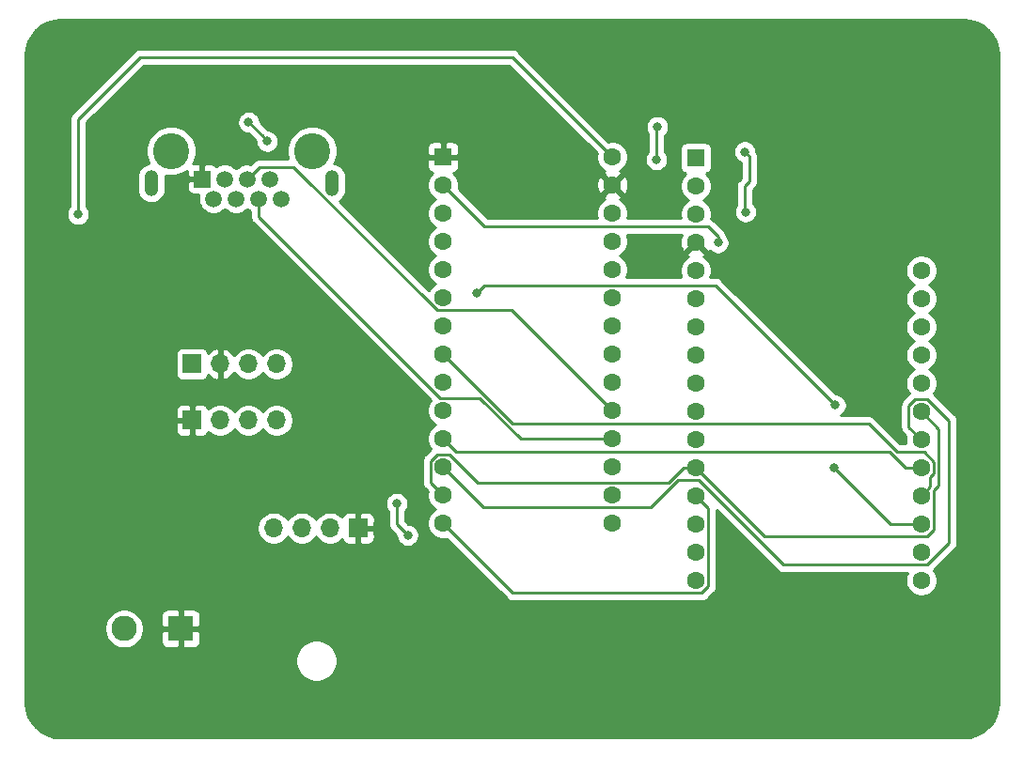
<source format=gbr>
G04 #@! TF.GenerationSoftware,KiCad,Pcbnew,(5.1.5)-3*
G04 #@! TF.CreationDate,2021-10-23T21:01:19-05:00*
G04 #@! TF.ProjectId,ControlInputTestTeensy,436f6e74-726f-46c4-996e-707574546573,rev?*
G04 #@! TF.SameCoordinates,Original*
G04 #@! TF.FileFunction,Copper,L2,Bot*
G04 #@! TF.FilePolarity,Positive*
%FSLAX46Y46*%
G04 Gerber Fmt 4.6, Leading zero omitted, Abs format (unit mm)*
G04 Created by KiCad (PCBNEW (5.1.5)-3) date 2021-10-23 21:01:19*
%MOMM*%
%LPD*%
G04 APERTURE LIST*
%ADD10R,1.700000X1.700000*%
%ADD11O,1.700000X1.700000*%
%ADD12C,3.250000*%
%ADD13C,1.500000*%
%ADD14R,1.500000X1.500000*%
%ADD15O,1.259000X2.362000*%
%ADD16R,2.286000X2.286000*%
%ADD17C,2.286000*%
%ADD18C,1.600000*%
%ADD19R,1.600000X1.600000*%
%ADD20C,0.800000*%
%ADD21C,0.250000*%
%ADD22C,0.254000*%
G04 APERTURE END LIST*
D10*
X136000000Y-135400000D03*
D11*
X133460000Y-135400000D03*
X130920000Y-135400000D03*
X128380000Y-135400000D03*
D12*
X131848320Y-101389180D03*
X119148320Y-101389180D03*
D13*
X129059020Y-105709180D03*
X128039020Y-103929180D03*
X127029020Y-105709180D03*
X126009020Y-103929180D03*
X124999020Y-105709180D03*
X123979020Y-103929180D03*
X122969020Y-105709180D03*
D14*
X121949020Y-103929180D03*
D15*
X133628320Y-104291130D03*
X117368320Y-104291130D03*
D11*
X128650240Y-125678980D03*
X126110240Y-125678980D03*
X123570240Y-125678980D03*
D10*
X121030240Y-125678980D03*
D16*
X120010000Y-144460000D03*
D17*
X114930000Y-144460000D03*
D10*
X121030240Y-120598980D03*
D11*
X123570240Y-120598980D03*
X126110240Y-120598980D03*
X128650240Y-120598980D03*
D18*
X166397940Y-135028940D03*
X166397940Y-132488940D03*
X166397940Y-129948940D03*
X166397940Y-127408940D03*
X166397940Y-124868940D03*
X166397940Y-122328940D03*
X166397940Y-119788940D03*
X166397940Y-117248940D03*
X166397940Y-114708940D03*
X166397940Y-112168940D03*
X166397940Y-109628940D03*
X166397940Y-107088940D03*
X166397940Y-104548940D03*
D19*
X166397940Y-102008940D03*
D18*
X186697940Y-140108940D03*
X186697940Y-137568940D03*
X186697940Y-135028940D03*
X186697940Y-132488940D03*
X186697940Y-129948940D03*
X186697940Y-127408940D03*
X186697940Y-124868940D03*
X186697940Y-122328940D03*
X186697940Y-119788940D03*
X186697940Y-117248940D03*
X186697940Y-114708940D03*
X186697940Y-112168940D03*
X166397940Y-137568940D03*
X166397940Y-140108940D03*
X143637000Y-134957820D03*
X143637000Y-132417820D03*
X143637000Y-129877820D03*
X143637000Y-127337820D03*
X143637000Y-124797820D03*
X143637000Y-122257820D03*
X143637000Y-119717820D03*
X143637000Y-117177820D03*
X143637000Y-114637820D03*
X143637000Y-112097820D03*
X143637000Y-109557820D03*
X143637000Y-107017820D03*
X143637000Y-104477820D03*
D19*
X143637000Y-101937820D03*
D18*
X158877000Y-134957820D03*
X158877000Y-132417820D03*
X158877000Y-129877820D03*
X158877000Y-127337820D03*
X158877000Y-124797820D03*
X158877000Y-122257820D03*
X158877000Y-119717820D03*
X158877000Y-117177820D03*
X158877000Y-114637820D03*
X158877000Y-112097820D03*
X158877000Y-109557820D03*
X158877000Y-107017820D03*
X158877000Y-104477820D03*
X158877000Y-101937820D03*
D20*
X110769400Y-107099100D03*
X162943540Y-99202240D03*
X162854640Y-102184200D03*
X127812800Y-100528120D03*
X126133860Y-98813620D03*
X140462000Y-136032240D03*
X139463780Y-133184900D03*
X178879500Y-129951480D03*
X178965860Y-124317760D03*
X146664680Y-114223800D03*
X170802300Y-101473000D03*
X170865800Y-106895900D03*
X168391840Y-109672120D03*
D21*
X149862540Y-92923360D02*
X158877000Y-101937820D01*
X110769400Y-107099100D02*
X110769400Y-98516440D01*
X116362480Y-92923360D02*
X149862540Y-92923360D01*
X110769400Y-98516440D02*
X116362480Y-92923360D01*
X162854640Y-99291140D02*
X162943540Y-99202240D01*
X162854640Y-102184200D02*
X162854640Y-99291140D01*
X127412801Y-100128121D02*
X127412801Y-100092561D01*
X127812800Y-100528120D02*
X127412801Y-100128121D01*
X127412801Y-100092561D02*
X126133860Y-98813620D01*
X140462000Y-136032240D02*
X139463780Y-135034020D01*
X139463780Y-135034020D02*
X139463780Y-133184900D01*
X149842001Y-115762821D02*
X158077001Y-123997821D01*
X158077001Y-123997821D02*
X158877000Y-124797820D01*
X143096999Y-115762821D02*
X149842001Y-115762821D01*
X130188357Y-102854179D02*
X143096999Y-115762821D01*
X127084021Y-102854179D02*
X130188357Y-102854179D01*
X126009020Y-103929180D02*
X127084021Y-102854179D01*
X143386997Y-123672819D02*
X146955589Y-123672819D01*
X127029020Y-107314842D02*
X143386997Y-123672819D01*
X146955589Y-123672819D02*
X150620590Y-127337820D01*
X157745630Y-127337820D02*
X158877000Y-127337820D01*
X150620590Y-127337820D02*
X157745630Y-127337820D01*
X127029020Y-105709180D02*
X127029020Y-107314842D01*
X189194440Y-136737442D02*
X187237941Y-138693941D01*
X186697940Y-127408940D02*
X185572939Y-126283939D01*
X174267943Y-138693941D02*
X166647943Y-131073941D01*
X147302001Y-133542821D02*
X144436999Y-130677819D01*
X185572939Y-124328939D02*
X186157939Y-123743939D01*
X164777979Y-131073941D02*
X162309099Y-133542821D01*
X162309099Y-133542821D02*
X147302001Y-133542821D01*
X144436999Y-130677819D02*
X143637000Y-129877820D01*
X189194440Y-125700438D02*
X189194440Y-136737442D01*
X187237941Y-138693941D02*
X174267943Y-138693941D01*
X187237941Y-123743939D02*
X189194440Y-125700438D01*
X186157939Y-123743939D02*
X187237941Y-123743939D01*
X166647943Y-131073941D02*
X164777979Y-131073941D01*
X185572939Y-126283939D02*
X185572939Y-124328939D01*
X187822941Y-132000350D02*
X187822941Y-135568941D01*
X187237941Y-136153941D02*
X172602941Y-136153941D01*
X188272952Y-131550339D02*
X187822941Y-132000350D01*
X167197939Y-130748939D02*
X166397940Y-129948940D01*
X186697940Y-124868940D02*
X188272952Y-126443952D01*
X172602941Y-136153941D02*
X167197939Y-130748939D01*
X188272952Y-126443952D02*
X188272952Y-131550339D01*
X187822941Y-135568941D02*
X187237941Y-136153941D01*
X142837001Y-131617821D02*
X143637000Y-132417820D01*
X142511999Y-131292819D02*
X142837001Y-131617821D01*
X142511999Y-129337819D02*
X142511999Y-131292819D01*
X144177001Y-128752819D02*
X143096999Y-128752819D01*
X146717001Y-131292819D02*
X144177001Y-128752819D01*
X163922691Y-131292819D02*
X146717001Y-131292819D01*
X143096999Y-128752819D02*
X142511999Y-129337819D01*
X165266570Y-129948940D02*
X163922691Y-131292819D01*
X166397940Y-129948940D02*
X165266570Y-129948940D01*
X183846111Y-128533941D02*
X144833121Y-128533941D01*
X186697940Y-129948940D02*
X185261110Y-129948940D01*
X144436999Y-128137819D02*
X143637000Y-127337820D01*
X144833121Y-128533941D02*
X144436999Y-128137819D01*
X185261110Y-129948940D02*
X183846111Y-128533941D01*
X144436999Y-135757819D02*
X143637000Y-134957820D01*
X166937941Y-141233941D02*
X149913121Y-141233941D01*
X149913121Y-141233941D02*
X144436999Y-135757819D01*
X167522941Y-140648941D02*
X166937941Y-141233941D01*
X167522941Y-133613941D02*
X167522941Y-140648941D01*
X166397940Y-132488940D02*
X167522941Y-133613941D01*
X186697940Y-135028940D02*
X183956960Y-135028940D01*
X183956960Y-135028940D02*
X178879500Y-129951480D01*
X147375661Y-113512819D02*
X146664680Y-114223800D01*
X178965860Y-124317760D02*
X168160919Y-113512819D01*
X168160919Y-113512819D02*
X147375661Y-113512819D01*
X187822941Y-130488941D02*
X187822941Y-129408939D01*
X187822941Y-129408939D02*
X186947943Y-128533941D01*
X187497939Y-130813943D02*
X187822941Y-130488941D01*
X187497939Y-131688941D02*
X187497939Y-130813943D01*
X186947943Y-128533941D02*
X184482521Y-128533941D01*
X186697940Y-132488940D02*
X187497939Y-131688941D01*
X144436999Y-120517819D02*
X143637000Y-119717820D01*
X181942521Y-125993941D02*
X149913121Y-125993941D01*
X184482521Y-128533941D02*
X181942521Y-125993941D01*
X149913121Y-125993941D02*
X144436999Y-120517819D01*
X170776900Y-104584500D02*
X170776900Y-106807000D01*
X170776900Y-106807000D02*
X170865800Y-106895900D01*
X171202299Y-101872999D02*
X171202299Y-104159101D01*
X171202299Y-104159101D02*
X170776900Y-104584500D01*
X170802300Y-101473000D02*
X171202299Y-101872999D01*
X144436999Y-105277819D02*
X143637000Y-104477820D01*
X147373121Y-108213941D02*
X144436999Y-105277819D01*
X167499346Y-108213941D02*
X147373121Y-108213941D01*
X168391840Y-109106435D02*
X167499346Y-108213941D01*
X168391840Y-109672120D02*
X168391840Y-109106435D01*
D22*
G36*
X191111222Y-89623096D02*
G01*
X191699164Y-89800606D01*
X192241436Y-90088937D01*
X192717364Y-90477094D01*
X193108845Y-90950314D01*
X193400951Y-91490552D01*
X193582563Y-92077244D01*
X193650001Y-92718888D01*
X193650000Y-151097721D01*
X193586904Y-151741221D01*
X193409394Y-152329164D01*
X193121063Y-152871436D01*
X192732906Y-153347364D01*
X192259686Y-153738845D01*
X191719449Y-154030950D01*
X191132756Y-154212563D01*
X190491130Y-154280000D01*
X109252279Y-154280000D01*
X108608779Y-154216904D01*
X108020836Y-154039394D01*
X107478564Y-153751063D01*
X107002636Y-153362906D01*
X106611155Y-152889686D01*
X106319050Y-152349449D01*
X106137437Y-151762756D01*
X106070000Y-151121130D01*
X106070000Y-147173344D01*
X130343100Y-147173344D01*
X130343100Y-147544656D01*
X130415539Y-147908834D01*
X130557634Y-148251882D01*
X130763925Y-148560618D01*
X131026482Y-148823175D01*
X131335218Y-149029466D01*
X131678266Y-149171561D01*
X132042444Y-149244000D01*
X132413756Y-149244000D01*
X132777934Y-149171561D01*
X133120982Y-149029466D01*
X133429718Y-148823175D01*
X133692275Y-148560618D01*
X133898566Y-148251882D01*
X134040661Y-147908834D01*
X134113100Y-147544656D01*
X134113100Y-147173344D01*
X134040661Y-146809166D01*
X133898566Y-146466118D01*
X133692275Y-146157382D01*
X133429718Y-145894825D01*
X133120982Y-145688534D01*
X132777934Y-145546439D01*
X132413756Y-145474000D01*
X132042444Y-145474000D01*
X131678266Y-145546439D01*
X131335218Y-145688534D01*
X131026482Y-145894825D01*
X130763925Y-146157382D01*
X130557634Y-146466118D01*
X130415539Y-146809166D01*
X130343100Y-147173344D01*
X106070000Y-147173344D01*
X106070000Y-144284882D01*
X113152000Y-144284882D01*
X113152000Y-144635118D01*
X113220328Y-144978623D01*
X113354357Y-145302199D01*
X113548937Y-145593409D01*
X113796591Y-145841063D01*
X114087801Y-146035643D01*
X114411377Y-146169672D01*
X114754882Y-146238000D01*
X115105118Y-146238000D01*
X115448623Y-146169672D01*
X115772199Y-146035643D01*
X116063409Y-145841063D01*
X116301472Y-145603000D01*
X118228928Y-145603000D01*
X118241188Y-145727482D01*
X118277498Y-145847180D01*
X118336463Y-145957494D01*
X118415815Y-146054185D01*
X118512506Y-146133537D01*
X118622820Y-146192502D01*
X118742518Y-146228812D01*
X118867000Y-146241072D01*
X119724250Y-146238000D01*
X119883000Y-146079250D01*
X119883000Y-144587000D01*
X120137000Y-144587000D01*
X120137000Y-146079250D01*
X120295750Y-146238000D01*
X121153000Y-146241072D01*
X121277482Y-146228812D01*
X121397180Y-146192502D01*
X121507494Y-146133537D01*
X121604185Y-146054185D01*
X121683537Y-145957494D01*
X121742502Y-145847180D01*
X121778812Y-145727482D01*
X121791072Y-145603000D01*
X121788000Y-144745750D01*
X121629250Y-144587000D01*
X120137000Y-144587000D01*
X119883000Y-144587000D01*
X118390750Y-144587000D01*
X118232000Y-144745750D01*
X118228928Y-145603000D01*
X116301472Y-145603000D01*
X116311063Y-145593409D01*
X116505643Y-145302199D01*
X116639672Y-144978623D01*
X116708000Y-144635118D01*
X116708000Y-144284882D01*
X116639672Y-143941377D01*
X116505643Y-143617801D01*
X116311063Y-143326591D01*
X116301472Y-143317000D01*
X118228928Y-143317000D01*
X118232000Y-144174250D01*
X118390750Y-144333000D01*
X119883000Y-144333000D01*
X119883000Y-142840750D01*
X120137000Y-142840750D01*
X120137000Y-144333000D01*
X121629250Y-144333000D01*
X121788000Y-144174250D01*
X121791072Y-143317000D01*
X121778812Y-143192518D01*
X121742502Y-143072820D01*
X121683537Y-142962506D01*
X121604185Y-142865815D01*
X121507494Y-142786463D01*
X121397180Y-142727498D01*
X121277482Y-142691188D01*
X121153000Y-142678928D01*
X120295750Y-142682000D01*
X120137000Y-142840750D01*
X119883000Y-142840750D01*
X119724250Y-142682000D01*
X118867000Y-142678928D01*
X118742518Y-142691188D01*
X118622820Y-142727498D01*
X118512506Y-142786463D01*
X118415815Y-142865815D01*
X118336463Y-142962506D01*
X118277498Y-143072820D01*
X118241188Y-143192518D01*
X118228928Y-143317000D01*
X116301472Y-143317000D01*
X116063409Y-143078937D01*
X115772199Y-142884357D01*
X115448623Y-142750328D01*
X115105118Y-142682000D01*
X114754882Y-142682000D01*
X114411377Y-142750328D01*
X114087801Y-142884357D01*
X113796591Y-143078937D01*
X113548937Y-143326591D01*
X113354357Y-143617801D01*
X113220328Y-143941377D01*
X113152000Y-144284882D01*
X106070000Y-144284882D01*
X106070000Y-135253740D01*
X126895000Y-135253740D01*
X126895000Y-135546260D01*
X126952068Y-135833158D01*
X127064010Y-136103411D01*
X127226525Y-136346632D01*
X127433368Y-136553475D01*
X127676589Y-136715990D01*
X127946842Y-136827932D01*
X128233740Y-136885000D01*
X128526260Y-136885000D01*
X128813158Y-136827932D01*
X129083411Y-136715990D01*
X129326632Y-136553475D01*
X129533475Y-136346632D01*
X129650000Y-136172240D01*
X129766525Y-136346632D01*
X129973368Y-136553475D01*
X130216589Y-136715990D01*
X130486842Y-136827932D01*
X130773740Y-136885000D01*
X131066260Y-136885000D01*
X131353158Y-136827932D01*
X131623411Y-136715990D01*
X131866632Y-136553475D01*
X132073475Y-136346632D01*
X132190000Y-136172240D01*
X132306525Y-136346632D01*
X132513368Y-136553475D01*
X132756589Y-136715990D01*
X133026842Y-136827932D01*
X133313740Y-136885000D01*
X133606260Y-136885000D01*
X133893158Y-136827932D01*
X134163411Y-136715990D01*
X134406632Y-136553475D01*
X134538487Y-136421620D01*
X134560498Y-136494180D01*
X134619463Y-136604494D01*
X134698815Y-136701185D01*
X134795506Y-136780537D01*
X134905820Y-136839502D01*
X135025518Y-136875812D01*
X135150000Y-136888072D01*
X135714250Y-136885000D01*
X135873000Y-136726250D01*
X135873000Y-135527000D01*
X136127000Y-135527000D01*
X136127000Y-136726250D01*
X136285750Y-136885000D01*
X136850000Y-136888072D01*
X136974482Y-136875812D01*
X137094180Y-136839502D01*
X137204494Y-136780537D01*
X137301185Y-136701185D01*
X137380537Y-136604494D01*
X137439502Y-136494180D01*
X137475812Y-136374482D01*
X137488072Y-136250000D01*
X137485000Y-135685750D01*
X137326250Y-135527000D01*
X136127000Y-135527000D01*
X135873000Y-135527000D01*
X135853000Y-135527000D01*
X135853000Y-135273000D01*
X135873000Y-135273000D01*
X135873000Y-134073750D01*
X136127000Y-134073750D01*
X136127000Y-135273000D01*
X137326250Y-135273000D01*
X137485000Y-135114250D01*
X137488072Y-134550000D01*
X137475812Y-134425518D01*
X137439502Y-134305820D01*
X137380537Y-134195506D01*
X137301185Y-134098815D01*
X137204494Y-134019463D01*
X137094180Y-133960498D01*
X136974482Y-133924188D01*
X136850000Y-133911928D01*
X136285750Y-133915000D01*
X136127000Y-134073750D01*
X135873000Y-134073750D01*
X135714250Y-133915000D01*
X135150000Y-133911928D01*
X135025518Y-133924188D01*
X134905820Y-133960498D01*
X134795506Y-134019463D01*
X134698815Y-134098815D01*
X134619463Y-134195506D01*
X134560498Y-134305820D01*
X134538487Y-134378380D01*
X134406632Y-134246525D01*
X134163411Y-134084010D01*
X133893158Y-133972068D01*
X133606260Y-133915000D01*
X133313740Y-133915000D01*
X133026842Y-133972068D01*
X132756589Y-134084010D01*
X132513368Y-134246525D01*
X132306525Y-134453368D01*
X132190000Y-134627760D01*
X132073475Y-134453368D01*
X131866632Y-134246525D01*
X131623411Y-134084010D01*
X131353158Y-133972068D01*
X131066260Y-133915000D01*
X130773740Y-133915000D01*
X130486842Y-133972068D01*
X130216589Y-134084010D01*
X129973368Y-134246525D01*
X129766525Y-134453368D01*
X129650000Y-134627760D01*
X129533475Y-134453368D01*
X129326632Y-134246525D01*
X129083411Y-134084010D01*
X128813158Y-133972068D01*
X128526260Y-133915000D01*
X128233740Y-133915000D01*
X127946842Y-133972068D01*
X127676589Y-134084010D01*
X127433368Y-134246525D01*
X127226525Y-134453368D01*
X127064010Y-134696589D01*
X126952068Y-134966842D01*
X126895000Y-135253740D01*
X106070000Y-135253740D01*
X106070000Y-133082961D01*
X138428780Y-133082961D01*
X138428780Y-133286839D01*
X138468554Y-133486798D01*
X138546575Y-133675156D01*
X138659843Y-133844674D01*
X138703781Y-133888612D01*
X138703780Y-134996697D01*
X138700104Y-135034020D01*
X138703780Y-135071342D01*
X138703780Y-135071352D01*
X138714777Y-135183005D01*
X138743197Y-135276695D01*
X138758234Y-135326266D01*
X138828806Y-135458296D01*
X138837445Y-135468822D01*
X138923779Y-135574021D01*
X138952782Y-135597824D01*
X139427000Y-136072042D01*
X139427000Y-136134179D01*
X139466774Y-136334138D01*
X139544795Y-136522496D01*
X139658063Y-136692014D01*
X139802226Y-136836177D01*
X139971744Y-136949445D01*
X140160102Y-137027466D01*
X140360061Y-137067240D01*
X140563939Y-137067240D01*
X140763898Y-137027466D01*
X140952256Y-136949445D01*
X141121774Y-136836177D01*
X141265937Y-136692014D01*
X141379205Y-136522496D01*
X141457226Y-136334138D01*
X141497000Y-136134179D01*
X141497000Y-135930301D01*
X141457226Y-135730342D01*
X141379205Y-135541984D01*
X141265937Y-135372466D01*
X141121774Y-135228303D01*
X140952256Y-135115035D01*
X140763898Y-135037014D01*
X140563939Y-134997240D01*
X140501802Y-134997240D01*
X140223780Y-134719219D01*
X140223780Y-133888611D01*
X140267717Y-133844674D01*
X140380985Y-133675156D01*
X140459006Y-133486798D01*
X140498780Y-133286839D01*
X140498780Y-133082961D01*
X140459006Y-132883002D01*
X140380985Y-132694644D01*
X140267717Y-132525126D01*
X140123554Y-132380963D01*
X139954036Y-132267695D01*
X139765678Y-132189674D01*
X139565719Y-132149900D01*
X139361841Y-132149900D01*
X139161882Y-132189674D01*
X138973524Y-132267695D01*
X138804006Y-132380963D01*
X138659843Y-132525126D01*
X138546575Y-132694644D01*
X138468554Y-132883002D01*
X138428780Y-133082961D01*
X106070000Y-133082961D01*
X106070000Y-126528980D01*
X119542168Y-126528980D01*
X119554428Y-126653462D01*
X119590738Y-126773160D01*
X119649703Y-126883474D01*
X119729055Y-126980165D01*
X119825746Y-127059517D01*
X119936060Y-127118482D01*
X120055758Y-127154792D01*
X120180240Y-127167052D01*
X120744490Y-127163980D01*
X120903240Y-127005230D01*
X120903240Y-125805980D01*
X119703990Y-125805980D01*
X119545240Y-125964730D01*
X119542168Y-126528980D01*
X106070000Y-126528980D01*
X106070000Y-124828980D01*
X119542168Y-124828980D01*
X119545240Y-125393230D01*
X119703990Y-125551980D01*
X120903240Y-125551980D01*
X120903240Y-124352730D01*
X121157240Y-124352730D01*
X121157240Y-125551980D01*
X121177240Y-125551980D01*
X121177240Y-125805980D01*
X121157240Y-125805980D01*
X121157240Y-127005230D01*
X121315990Y-127163980D01*
X121880240Y-127167052D01*
X122004722Y-127154792D01*
X122124420Y-127118482D01*
X122234734Y-127059517D01*
X122331425Y-126980165D01*
X122410777Y-126883474D01*
X122469742Y-126773160D01*
X122491753Y-126700600D01*
X122623608Y-126832455D01*
X122866829Y-126994970D01*
X123137082Y-127106912D01*
X123423980Y-127163980D01*
X123716500Y-127163980D01*
X124003398Y-127106912D01*
X124273651Y-126994970D01*
X124516872Y-126832455D01*
X124723715Y-126625612D01*
X124840240Y-126451220D01*
X124956765Y-126625612D01*
X125163608Y-126832455D01*
X125406829Y-126994970D01*
X125677082Y-127106912D01*
X125963980Y-127163980D01*
X126256500Y-127163980D01*
X126543398Y-127106912D01*
X126813651Y-126994970D01*
X127056872Y-126832455D01*
X127263715Y-126625612D01*
X127380240Y-126451220D01*
X127496765Y-126625612D01*
X127703608Y-126832455D01*
X127946829Y-126994970D01*
X128217082Y-127106912D01*
X128503980Y-127163980D01*
X128796500Y-127163980D01*
X129083398Y-127106912D01*
X129353651Y-126994970D01*
X129596872Y-126832455D01*
X129803715Y-126625612D01*
X129966230Y-126382391D01*
X130078172Y-126112138D01*
X130135240Y-125825240D01*
X130135240Y-125532720D01*
X130078172Y-125245822D01*
X129966230Y-124975569D01*
X129803715Y-124732348D01*
X129596872Y-124525505D01*
X129353651Y-124362990D01*
X129083398Y-124251048D01*
X128796500Y-124193980D01*
X128503980Y-124193980D01*
X128217082Y-124251048D01*
X127946829Y-124362990D01*
X127703608Y-124525505D01*
X127496765Y-124732348D01*
X127380240Y-124906740D01*
X127263715Y-124732348D01*
X127056872Y-124525505D01*
X126813651Y-124362990D01*
X126543398Y-124251048D01*
X126256500Y-124193980D01*
X125963980Y-124193980D01*
X125677082Y-124251048D01*
X125406829Y-124362990D01*
X125163608Y-124525505D01*
X124956765Y-124732348D01*
X124840240Y-124906740D01*
X124723715Y-124732348D01*
X124516872Y-124525505D01*
X124273651Y-124362990D01*
X124003398Y-124251048D01*
X123716500Y-124193980D01*
X123423980Y-124193980D01*
X123137082Y-124251048D01*
X122866829Y-124362990D01*
X122623608Y-124525505D01*
X122491753Y-124657360D01*
X122469742Y-124584800D01*
X122410777Y-124474486D01*
X122331425Y-124377795D01*
X122234734Y-124298443D01*
X122124420Y-124239478D01*
X122004722Y-124203168D01*
X121880240Y-124190908D01*
X121315990Y-124193980D01*
X121157240Y-124352730D01*
X120903240Y-124352730D01*
X120744490Y-124193980D01*
X120180240Y-124190908D01*
X120055758Y-124203168D01*
X119936060Y-124239478D01*
X119825746Y-124298443D01*
X119729055Y-124377795D01*
X119649703Y-124474486D01*
X119590738Y-124584800D01*
X119554428Y-124704498D01*
X119542168Y-124828980D01*
X106070000Y-124828980D01*
X106070000Y-119748980D01*
X119542168Y-119748980D01*
X119542168Y-121448980D01*
X119554428Y-121573462D01*
X119590738Y-121693160D01*
X119649703Y-121803474D01*
X119729055Y-121900165D01*
X119825746Y-121979517D01*
X119936060Y-122038482D01*
X120055758Y-122074792D01*
X120180240Y-122087052D01*
X121880240Y-122087052D01*
X122004722Y-122074792D01*
X122124420Y-122038482D01*
X122234734Y-121979517D01*
X122331425Y-121900165D01*
X122410777Y-121803474D01*
X122469742Y-121693160D01*
X122494206Y-121612514D01*
X122569971Y-121696568D01*
X122803320Y-121870621D01*
X123066141Y-121995805D01*
X123213350Y-122040456D01*
X123443240Y-121919135D01*
X123443240Y-120725980D01*
X123423240Y-120725980D01*
X123423240Y-120471980D01*
X123443240Y-120471980D01*
X123443240Y-119278825D01*
X123697240Y-119278825D01*
X123697240Y-120471980D01*
X123717240Y-120471980D01*
X123717240Y-120725980D01*
X123697240Y-120725980D01*
X123697240Y-121919135D01*
X123927130Y-122040456D01*
X124074339Y-121995805D01*
X124337160Y-121870621D01*
X124570509Y-121696568D01*
X124765418Y-121480335D01*
X124835045Y-121363446D01*
X124956765Y-121545612D01*
X125163608Y-121752455D01*
X125406829Y-121914970D01*
X125677082Y-122026912D01*
X125963980Y-122083980D01*
X126256500Y-122083980D01*
X126543398Y-122026912D01*
X126813651Y-121914970D01*
X127056872Y-121752455D01*
X127263715Y-121545612D01*
X127380240Y-121371220D01*
X127496765Y-121545612D01*
X127703608Y-121752455D01*
X127946829Y-121914970D01*
X128217082Y-122026912D01*
X128503980Y-122083980D01*
X128796500Y-122083980D01*
X129083398Y-122026912D01*
X129353651Y-121914970D01*
X129596872Y-121752455D01*
X129803715Y-121545612D01*
X129966230Y-121302391D01*
X130078172Y-121032138D01*
X130135240Y-120745240D01*
X130135240Y-120452720D01*
X130078172Y-120165822D01*
X129966230Y-119895569D01*
X129803715Y-119652348D01*
X129596872Y-119445505D01*
X129353651Y-119282990D01*
X129083398Y-119171048D01*
X128796500Y-119113980D01*
X128503980Y-119113980D01*
X128217082Y-119171048D01*
X127946829Y-119282990D01*
X127703608Y-119445505D01*
X127496765Y-119652348D01*
X127380240Y-119826740D01*
X127263715Y-119652348D01*
X127056872Y-119445505D01*
X126813651Y-119282990D01*
X126543398Y-119171048D01*
X126256500Y-119113980D01*
X125963980Y-119113980D01*
X125677082Y-119171048D01*
X125406829Y-119282990D01*
X125163608Y-119445505D01*
X124956765Y-119652348D01*
X124835045Y-119834514D01*
X124765418Y-119717625D01*
X124570509Y-119501392D01*
X124337160Y-119327339D01*
X124074339Y-119202155D01*
X123927130Y-119157504D01*
X123697240Y-119278825D01*
X123443240Y-119278825D01*
X123213350Y-119157504D01*
X123066141Y-119202155D01*
X122803320Y-119327339D01*
X122569971Y-119501392D01*
X122494206Y-119585446D01*
X122469742Y-119504800D01*
X122410777Y-119394486D01*
X122331425Y-119297795D01*
X122234734Y-119218443D01*
X122124420Y-119159478D01*
X122004722Y-119123168D01*
X121880240Y-119110908D01*
X120180240Y-119110908D01*
X120055758Y-119123168D01*
X119936060Y-119159478D01*
X119825746Y-119218443D01*
X119729055Y-119297795D01*
X119649703Y-119394486D01*
X119590738Y-119504800D01*
X119554428Y-119624498D01*
X119542168Y-119748980D01*
X106070000Y-119748980D01*
X106070000Y-106997161D01*
X109734400Y-106997161D01*
X109734400Y-107201039D01*
X109774174Y-107400998D01*
X109852195Y-107589356D01*
X109965463Y-107758874D01*
X110109626Y-107903037D01*
X110279144Y-108016305D01*
X110467502Y-108094326D01*
X110667461Y-108134100D01*
X110871339Y-108134100D01*
X111071298Y-108094326D01*
X111259656Y-108016305D01*
X111429174Y-107903037D01*
X111573337Y-107758874D01*
X111686605Y-107589356D01*
X111764626Y-107400998D01*
X111804400Y-107201039D01*
X111804400Y-106997161D01*
X111764626Y-106797202D01*
X111686605Y-106608844D01*
X111573337Y-106439326D01*
X111529400Y-106395389D01*
X111529400Y-103677515D01*
X116103820Y-103677515D01*
X116103820Y-104904746D01*
X116122117Y-105090515D01*
X116194422Y-105328874D01*
X116311840Y-105548548D01*
X116469858Y-105741093D01*
X116662403Y-105899110D01*
X116882077Y-106016528D01*
X117120436Y-106088833D01*
X117368320Y-106113248D01*
X117616205Y-106088833D01*
X117854564Y-106016528D01*
X118074238Y-105899110D01*
X118266783Y-105741093D01*
X118424800Y-105548548D01*
X118542218Y-105328874D01*
X118614523Y-105090515D01*
X118632820Y-104904746D01*
X118632820Y-104679180D01*
X120560948Y-104679180D01*
X120573208Y-104803662D01*
X120609518Y-104923360D01*
X120668483Y-105033674D01*
X120747835Y-105130365D01*
X120844526Y-105209717D01*
X120954840Y-105268682D01*
X121074538Y-105304992D01*
X121199020Y-105317252D01*
X121635420Y-105314364D01*
X121584020Y-105572769D01*
X121584020Y-105845591D01*
X121637245Y-106113169D01*
X121741649Y-106365223D01*
X121893221Y-106592066D01*
X122086134Y-106784979D01*
X122312977Y-106936551D01*
X122565031Y-107040955D01*
X122832609Y-107094180D01*
X123105431Y-107094180D01*
X123373009Y-107040955D01*
X123625063Y-106936551D01*
X123851906Y-106784979D01*
X123984020Y-106652865D01*
X124116134Y-106784979D01*
X124342977Y-106936551D01*
X124595031Y-107040955D01*
X124862609Y-107094180D01*
X125135431Y-107094180D01*
X125403009Y-107040955D01*
X125655063Y-106936551D01*
X125881906Y-106784979D01*
X126014020Y-106652865D01*
X126146134Y-106784979D01*
X126269021Y-106867089D01*
X126269021Y-107277510D01*
X126265344Y-107314842D01*
X126280018Y-107463827D01*
X126323474Y-107607088D01*
X126394046Y-107739118D01*
X126465221Y-107825844D01*
X126489020Y-107854843D01*
X126518018Y-107878641D01*
X142522400Y-123883024D01*
X142522363Y-123883061D01*
X142365320Y-124118093D01*
X142257147Y-124379246D01*
X142202000Y-124656485D01*
X142202000Y-124939155D01*
X142257147Y-125216394D01*
X142365320Y-125477547D01*
X142522363Y-125712579D01*
X142722241Y-125912457D01*
X142954759Y-126067820D01*
X142722241Y-126223183D01*
X142522363Y-126423061D01*
X142365320Y-126658093D01*
X142257147Y-126919246D01*
X142202000Y-127196485D01*
X142202000Y-127479155D01*
X142257147Y-127756394D01*
X142365320Y-128017547D01*
X142522363Y-128252579D01*
X142522400Y-128252616D01*
X142001001Y-128774016D01*
X141971998Y-128797818D01*
X141942056Y-128834303D01*
X141877025Y-128913543D01*
X141812542Y-129034181D01*
X141806453Y-129045573D01*
X141762996Y-129188834D01*
X141751999Y-129300487D01*
X141751999Y-129300497D01*
X141748323Y-129337819D01*
X141751999Y-129375142D01*
X141752000Y-131255487D01*
X141748323Y-131292819D01*
X141752000Y-131330152D01*
X141762997Y-131441805D01*
X141766843Y-131454484D01*
X141806453Y-131585065D01*
X141877025Y-131717095D01*
X141931436Y-131783394D01*
X141971999Y-131832820D01*
X142000997Y-131856618D01*
X142238312Y-132093933D01*
X142202000Y-132276485D01*
X142202000Y-132559155D01*
X142257147Y-132836394D01*
X142365320Y-133097547D01*
X142522363Y-133332579D01*
X142722241Y-133532457D01*
X142954759Y-133687820D01*
X142722241Y-133843183D01*
X142522363Y-134043061D01*
X142365320Y-134278093D01*
X142257147Y-134539246D01*
X142202000Y-134816485D01*
X142202000Y-135099155D01*
X142257147Y-135376394D01*
X142365320Y-135637547D01*
X142522363Y-135872579D01*
X142722241Y-136072457D01*
X142957273Y-136229500D01*
X143218426Y-136337673D01*
X143495665Y-136392820D01*
X143778335Y-136392820D01*
X143960887Y-136356508D01*
X149349322Y-141744944D01*
X149373120Y-141773942D01*
X149402118Y-141797740D01*
X149488844Y-141868915D01*
X149620874Y-141939487D01*
X149764135Y-141982944D01*
X149875788Y-141993941D01*
X149875798Y-141993941D01*
X149913120Y-141997617D01*
X149950443Y-141993941D01*
X166900619Y-141993941D01*
X166937941Y-141997617D01*
X166975263Y-141993941D01*
X166975274Y-141993941D01*
X167086927Y-141982944D01*
X167230188Y-141939487D01*
X167362217Y-141868915D01*
X167477942Y-141773942D01*
X167501744Y-141744939D01*
X168033943Y-141212741D01*
X168062942Y-141188942D01*
X168089273Y-141156858D01*
X168157915Y-141073218D01*
X168228487Y-140941188D01*
X168271944Y-140797927D01*
X168282941Y-140686274D01*
X168282941Y-140686264D01*
X168286617Y-140648941D01*
X168282941Y-140611618D01*
X168282941Y-133783740D01*
X173704144Y-139204944D01*
X173727942Y-139233942D01*
X173843667Y-139328915D01*
X173975696Y-139399487D01*
X174118957Y-139442944D01*
X174230610Y-139453941D01*
X174230619Y-139453941D01*
X174267942Y-139457617D01*
X174305265Y-139453941D01*
X185416017Y-139453941D01*
X185318087Y-139690366D01*
X185262940Y-139967605D01*
X185262940Y-140250275D01*
X185318087Y-140527514D01*
X185426260Y-140788667D01*
X185583303Y-141023699D01*
X185783181Y-141223577D01*
X186018213Y-141380620D01*
X186279366Y-141488793D01*
X186556605Y-141543940D01*
X186839275Y-141543940D01*
X187116514Y-141488793D01*
X187377667Y-141380620D01*
X187612699Y-141223577D01*
X187812577Y-141023699D01*
X187969620Y-140788667D01*
X188077793Y-140527514D01*
X188132940Y-140250275D01*
X188132940Y-139967605D01*
X188077793Y-139690366D01*
X187969620Y-139429213D01*
X187812577Y-139194181D01*
X187812540Y-139194144D01*
X189705448Y-137301237D01*
X189734441Y-137277443D01*
X189758235Y-137248450D01*
X189758239Y-137248446D01*
X189829413Y-137161719D01*
X189829414Y-137161718D01*
X189899986Y-137029689D01*
X189943443Y-136886428D01*
X189954440Y-136774775D01*
X189954440Y-136774766D01*
X189958116Y-136737443D01*
X189954440Y-136700120D01*
X189954440Y-125737760D01*
X189958116Y-125700437D01*
X189954440Y-125663114D01*
X189954440Y-125663105D01*
X189943443Y-125551452D01*
X189899986Y-125408191D01*
X189829414Y-125276162D01*
X189794764Y-125233941D01*
X189758239Y-125189434D01*
X189758235Y-125189430D01*
X189734441Y-125160437D01*
X189705449Y-125136644D01*
X187812540Y-123243736D01*
X187812577Y-123243699D01*
X187969620Y-123008667D01*
X188077793Y-122747514D01*
X188132940Y-122470275D01*
X188132940Y-122187605D01*
X188077793Y-121910366D01*
X187969620Y-121649213D01*
X187812577Y-121414181D01*
X187612699Y-121214303D01*
X187380181Y-121058940D01*
X187612699Y-120903577D01*
X187812577Y-120703699D01*
X187969620Y-120468667D01*
X188077793Y-120207514D01*
X188132940Y-119930275D01*
X188132940Y-119647605D01*
X188077793Y-119370366D01*
X187969620Y-119109213D01*
X187812577Y-118874181D01*
X187612699Y-118674303D01*
X187380181Y-118518940D01*
X187612699Y-118363577D01*
X187812577Y-118163699D01*
X187969620Y-117928667D01*
X188077793Y-117667514D01*
X188132940Y-117390275D01*
X188132940Y-117107605D01*
X188077793Y-116830366D01*
X187969620Y-116569213D01*
X187812577Y-116334181D01*
X187612699Y-116134303D01*
X187380181Y-115978940D01*
X187612699Y-115823577D01*
X187812577Y-115623699D01*
X187969620Y-115388667D01*
X188077793Y-115127514D01*
X188132940Y-114850275D01*
X188132940Y-114567605D01*
X188077793Y-114290366D01*
X187969620Y-114029213D01*
X187812577Y-113794181D01*
X187612699Y-113594303D01*
X187380181Y-113438940D01*
X187612699Y-113283577D01*
X187812577Y-113083699D01*
X187969620Y-112848667D01*
X188077793Y-112587514D01*
X188132940Y-112310275D01*
X188132940Y-112027605D01*
X188077793Y-111750366D01*
X187969620Y-111489213D01*
X187812577Y-111254181D01*
X187612699Y-111054303D01*
X187377667Y-110897260D01*
X187116514Y-110789087D01*
X186839275Y-110733940D01*
X186556605Y-110733940D01*
X186279366Y-110789087D01*
X186018213Y-110897260D01*
X185783181Y-111054303D01*
X185583303Y-111254181D01*
X185426260Y-111489213D01*
X185318087Y-111750366D01*
X185262940Y-112027605D01*
X185262940Y-112310275D01*
X185318087Y-112587514D01*
X185426260Y-112848667D01*
X185583303Y-113083699D01*
X185783181Y-113283577D01*
X186015699Y-113438940D01*
X185783181Y-113594303D01*
X185583303Y-113794181D01*
X185426260Y-114029213D01*
X185318087Y-114290366D01*
X185262940Y-114567605D01*
X185262940Y-114850275D01*
X185318087Y-115127514D01*
X185426260Y-115388667D01*
X185583303Y-115623699D01*
X185783181Y-115823577D01*
X186015699Y-115978940D01*
X185783181Y-116134303D01*
X185583303Y-116334181D01*
X185426260Y-116569213D01*
X185318087Y-116830366D01*
X185262940Y-117107605D01*
X185262940Y-117390275D01*
X185318087Y-117667514D01*
X185426260Y-117928667D01*
X185583303Y-118163699D01*
X185783181Y-118363577D01*
X186015699Y-118518940D01*
X185783181Y-118674303D01*
X185583303Y-118874181D01*
X185426260Y-119109213D01*
X185318087Y-119370366D01*
X185262940Y-119647605D01*
X185262940Y-119930275D01*
X185318087Y-120207514D01*
X185426260Y-120468667D01*
X185583303Y-120703699D01*
X185783181Y-120903577D01*
X186015699Y-121058940D01*
X185783181Y-121214303D01*
X185583303Y-121414181D01*
X185426260Y-121649213D01*
X185318087Y-121910366D01*
X185262940Y-122187605D01*
X185262940Y-122470275D01*
X185318087Y-122747514D01*
X185426260Y-123008667D01*
X185583303Y-123243699D01*
X185583340Y-123243736D01*
X185061937Y-123765140D01*
X185032939Y-123788938D01*
X185009141Y-123817936D01*
X185009140Y-123817937D01*
X184937965Y-123904663D01*
X184867393Y-124036693D01*
X184849071Y-124097095D01*
X184823937Y-124179953D01*
X184820700Y-124212820D01*
X184809263Y-124328939D01*
X184812940Y-124366271D01*
X184812939Y-126246616D01*
X184809263Y-126283939D01*
X184812939Y-126321261D01*
X184812939Y-126321271D01*
X184823936Y-126432924D01*
X184853074Y-126528980D01*
X184867393Y-126576185D01*
X184937965Y-126708215D01*
X184966466Y-126742943D01*
X185032938Y-126823940D01*
X185061941Y-126847743D01*
X185299252Y-127085053D01*
X185262940Y-127267605D01*
X185262940Y-127550275D01*
X185307431Y-127773941D01*
X184797324Y-127773941D01*
X182506325Y-125482944D01*
X182482522Y-125453940D01*
X182366797Y-125358967D01*
X182234768Y-125288395D01*
X182091507Y-125244938D01*
X181979854Y-125233941D01*
X181979843Y-125233941D01*
X181942521Y-125230265D01*
X181905199Y-125233941D01*
X179457649Y-125233941D01*
X179625634Y-125121697D01*
X179769797Y-124977534D01*
X179883065Y-124808016D01*
X179961086Y-124619658D01*
X180000860Y-124419699D01*
X180000860Y-124215821D01*
X179961086Y-124015862D01*
X179883065Y-123827504D01*
X179769797Y-123657986D01*
X179625634Y-123513823D01*
X179456116Y-123400555D01*
X179267758Y-123322534D01*
X179067799Y-123282760D01*
X179005662Y-123282760D01*
X168724723Y-113001822D01*
X168700920Y-112972818D01*
X168585195Y-112877845D01*
X168453166Y-112807273D01*
X168309905Y-112763816D01*
X168198252Y-112752819D01*
X168198241Y-112752819D01*
X168160919Y-112749143D01*
X168123597Y-112752819D01*
X167709321Y-112752819D01*
X167777793Y-112587514D01*
X167832940Y-112310275D01*
X167832940Y-112027605D01*
X167777793Y-111750366D01*
X167669620Y-111489213D01*
X167512577Y-111254181D01*
X167312699Y-111054303D01*
X167078812Y-110898025D01*
X167139454Y-110865611D01*
X167211037Y-110621642D01*
X166397940Y-109808545D01*
X165584843Y-110621642D01*
X165656426Y-110865611D01*
X165720932Y-110896134D01*
X165718213Y-110897260D01*
X165483181Y-111054303D01*
X165283303Y-111254181D01*
X165126260Y-111489213D01*
X165018087Y-111750366D01*
X164962940Y-112027605D01*
X164962940Y-112310275D01*
X165018087Y-112587514D01*
X165086559Y-112752819D01*
X160158923Y-112752819D01*
X160256853Y-112516394D01*
X160312000Y-112239155D01*
X160312000Y-111956485D01*
X160256853Y-111679246D01*
X160148680Y-111418093D01*
X159991637Y-111183061D01*
X159791759Y-110983183D01*
X159559241Y-110827820D01*
X159791759Y-110672457D01*
X159991637Y-110472579D01*
X160148680Y-110237547D01*
X160256853Y-109976394D01*
X160312000Y-109699155D01*
X160312000Y-109416485D01*
X160256853Y-109139246D01*
X160188381Y-108973941D01*
X165120333Y-108973941D01*
X165040369Y-109142936D01*
X164971640Y-109417124D01*
X164957723Y-109699452D01*
X164999153Y-109979070D01*
X165094337Y-110245232D01*
X165161269Y-110370454D01*
X165405238Y-110442037D01*
X166218335Y-109628940D01*
X166204193Y-109614798D01*
X166383798Y-109435193D01*
X166397940Y-109449335D01*
X166412083Y-109435193D01*
X166591688Y-109614798D01*
X166577545Y-109628940D01*
X167390642Y-110442037D01*
X167628311Y-110372302D01*
X167732066Y-110476057D01*
X167901584Y-110589325D01*
X168089942Y-110667346D01*
X168289901Y-110707120D01*
X168493779Y-110707120D01*
X168693738Y-110667346D01*
X168882096Y-110589325D01*
X169051614Y-110476057D01*
X169195777Y-110331894D01*
X169309045Y-110162376D01*
X169387066Y-109974018D01*
X169426840Y-109774059D01*
X169426840Y-109570181D01*
X169387066Y-109370222D01*
X169309045Y-109181864D01*
X169195777Y-109012346D01*
X169140827Y-108957396D01*
X169097386Y-108814188D01*
X169077904Y-108777740D01*
X169026814Y-108682158D01*
X168955639Y-108595432D01*
X168931841Y-108566434D01*
X168902843Y-108542636D01*
X168063149Y-107702943D01*
X168039347Y-107673940D01*
X167923622Y-107578967D01*
X167791593Y-107508395D01*
X167778413Y-107504397D01*
X167832940Y-107230275D01*
X167832940Y-106947605D01*
X167777793Y-106670366D01*
X167669620Y-106409213D01*
X167512577Y-106174181D01*
X167312699Y-105974303D01*
X167080181Y-105818940D01*
X167312699Y-105663577D01*
X167512577Y-105463699D01*
X167669620Y-105228667D01*
X167777793Y-104967514D01*
X167832940Y-104690275D01*
X167832940Y-104407605D01*
X167777793Y-104130366D01*
X167669620Y-103869213D01*
X167512577Y-103634181D01*
X167313979Y-103435583D01*
X167322422Y-103434752D01*
X167442120Y-103398442D01*
X167552434Y-103339477D01*
X167649125Y-103260125D01*
X167728477Y-103163434D01*
X167787442Y-103053120D01*
X167823752Y-102933422D01*
X167836012Y-102808940D01*
X167836012Y-101371061D01*
X169767300Y-101371061D01*
X169767300Y-101574939D01*
X169807074Y-101774898D01*
X169885095Y-101963256D01*
X169998363Y-102132774D01*
X170142526Y-102276937D01*
X170312044Y-102390205D01*
X170442299Y-102444159D01*
X170442300Y-103844299D01*
X170265903Y-104020696D01*
X170236899Y-104044499D01*
X170181771Y-104111674D01*
X170141926Y-104160224D01*
X170112685Y-104214930D01*
X170071354Y-104292254D01*
X170027897Y-104435515D01*
X170016900Y-104547168D01*
X170016900Y-104547178D01*
X170013224Y-104584500D01*
X170016900Y-104621823D01*
X170016901Y-106303417D01*
X169948595Y-106405644D01*
X169870574Y-106594002D01*
X169830800Y-106793961D01*
X169830800Y-106997839D01*
X169870574Y-107197798D01*
X169948595Y-107386156D01*
X170061863Y-107555674D01*
X170206026Y-107699837D01*
X170375544Y-107813105D01*
X170563902Y-107891126D01*
X170763861Y-107930900D01*
X170967739Y-107930900D01*
X171167698Y-107891126D01*
X171356056Y-107813105D01*
X171525574Y-107699837D01*
X171669737Y-107555674D01*
X171783005Y-107386156D01*
X171861026Y-107197798D01*
X171900800Y-106997839D01*
X171900800Y-106793961D01*
X171861026Y-106594002D01*
X171783005Y-106405644D01*
X171669737Y-106236126D01*
X171536900Y-106103289D01*
X171536900Y-104899301D01*
X171713296Y-104722905D01*
X171742300Y-104699102D01*
X171807911Y-104619155D01*
X171837273Y-104583378D01*
X171907845Y-104451348D01*
X171930275Y-104377405D01*
X171951302Y-104308087D01*
X171962299Y-104196434D01*
X171962299Y-104196425D01*
X171965975Y-104159102D01*
X171962299Y-104121779D01*
X171962299Y-101910321D01*
X171965975Y-101872998D01*
X171962299Y-101835676D01*
X171962299Y-101835666D01*
X171951302Y-101724013D01*
X171907845Y-101580752D01*
X171837300Y-101448774D01*
X171837300Y-101371061D01*
X171797526Y-101171102D01*
X171719505Y-100982744D01*
X171606237Y-100813226D01*
X171462074Y-100669063D01*
X171292556Y-100555795D01*
X171104198Y-100477774D01*
X170904239Y-100438000D01*
X170700361Y-100438000D01*
X170500402Y-100477774D01*
X170312044Y-100555795D01*
X170142526Y-100669063D01*
X169998363Y-100813226D01*
X169885095Y-100982744D01*
X169807074Y-101171102D01*
X169767300Y-101371061D01*
X167836012Y-101371061D01*
X167836012Y-101208940D01*
X167823752Y-101084458D01*
X167787442Y-100964760D01*
X167728477Y-100854446D01*
X167649125Y-100757755D01*
X167552434Y-100678403D01*
X167442120Y-100619438D01*
X167322422Y-100583128D01*
X167197940Y-100570868D01*
X165597940Y-100570868D01*
X165473458Y-100583128D01*
X165353760Y-100619438D01*
X165243446Y-100678403D01*
X165146755Y-100757755D01*
X165067403Y-100854446D01*
X165008438Y-100964760D01*
X164972128Y-101084458D01*
X164959868Y-101208940D01*
X164959868Y-102808940D01*
X164972128Y-102933422D01*
X165008438Y-103053120D01*
X165067403Y-103163434D01*
X165146755Y-103260125D01*
X165243446Y-103339477D01*
X165353760Y-103398442D01*
X165473458Y-103434752D01*
X165481901Y-103435583D01*
X165283303Y-103634181D01*
X165126260Y-103869213D01*
X165018087Y-104130366D01*
X164962940Y-104407605D01*
X164962940Y-104690275D01*
X165018087Y-104967514D01*
X165126260Y-105228667D01*
X165283303Y-105463699D01*
X165483181Y-105663577D01*
X165715699Y-105818940D01*
X165483181Y-105974303D01*
X165283303Y-106174181D01*
X165126260Y-106409213D01*
X165018087Y-106670366D01*
X164962940Y-106947605D01*
X164962940Y-107230275D01*
X165007431Y-107453941D01*
X160249585Y-107453941D01*
X160256853Y-107436394D01*
X160312000Y-107159155D01*
X160312000Y-106876485D01*
X160256853Y-106599246D01*
X160148680Y-106338093D01*
X159991637Y-106103061D01*
X159791759Y-105903183D01*
X159557872Y-105746905D01*
X159618514Y-105714491D01*
X159690097Y-105470522D01*
X158877000Y-104657425D01*
X158063903Y-105470522D01*
X158135486Y-105714491D01*
X158199992Y-105745014D01*
X158197273Y-105746140D01*
X157962241Y-105903183D01*
X157762363Y-106103061D01*
X157605320Y-106338093D01*
X157497147Y-106599246D01*
X157442000Y-106876485D01*
X157442000Y-107159155D01*
X157497147Y-107436394D01*
X157504415Y-107453941D01*
X147687923Y-107453941D01*
X145035688Y-104801707D01*
X145072000Y-104619155D01*
X145072000Y-104548332D01*
X157436783Y-104548332D01*
X157478213Y-104827950D01*
X157573397Y-105094112D01*
X157640329Y-105219334D01*
X157884298Y-105290917D01*
X158697395Y-104477820D01*
X159056605Y-104477820D01*
X159869702Y-105290917D01*
X160113671Y-105219334D01*
X160234571Y-104963824D01*
X160303300Y-104689636D01*
X160317217Y-104407308D01*
X160275787Y-104127690D01*
X160180603Y-103861528D01*
X160113671Y-103736306D01*
X159869702Y-103664723D01*
X159056605Y-104477820D01*
X158697395Y-104477820D01*
X157884298Y-103664723D01*
X157640329Y-103736306D01*
X157519429Y-103991816D01*
X157450700Y-104266004D01*
X157436783Y-104548332D01*
X145072000Y-104548332D01*
X145072000Y-104336485D01*
X145016853Y-104059246D01*
X144908680Y-103798093D01*
X144751637Y-103563061D01*
X144553039Y-103364463D01*
X144561482Y-103363632D01*
X144681180Y-103327322D01*
X144791494Y-103268357D01*
X144888185Y-103189005D01*
X144967537Y-103092314D01*
X145026502Y-102982000D01*
X145062812Y-102862302D01*
X145075072Y-102737820D01*
X145072000Y-102223570D01*
X144913250Y-102064820D01*
X143764000Y-102064820D01*
X143764000Y-102084820D01*
X143510000Y-102084820D01*
X143510000Y-102064820D01*
X142360750Y-102064820D01*
X142202000Y-102223570D01*
X142198928Y-102737820D01*
X142211188Y-102862302D01*
X142247498Y-102982000D01*
X142306463Y-103092314D01*
X142385815Y-103189005D01*
X142482506Y-103268357D01*
X142592820Y-103327322D01*
X142712518Y-103363632D01*
X142720961Y-103364463D01*
X142522363Y-103563061D01*
X142365320Y-103798093D01*
X142257147Y-104059246D01*
X142202000Y-104336485D01*
X142202000Y-104619155D01*
X142257147Y-104896394D01*
X142365320Y-105157547D01*
X142522363Y-105392579D01*
X142722241Y-105592457D01*
X142954759Y-105747820D01*
X142722241Y-105903183D01*
X142522363Y-106103061D01*
X142365320Y-106338093D01*
X142257147Y-106599246D01*
X142202000Y-106876485D01*
X142202000Y-107159155D01*
X142257147Y-107436394D01*
X142365320Y-107697547D01*
X142522363Y-107932579D01*
X142722241Y-108132457D01*
X142954759Y-108287820D01*
X142722241Y-108443183D01*
X142522363Y-108643061D01*
X142365320Y-108878093D01*
X142257147Y-109139246D01*
X142202000Y-109416485D01*
X142202000Y-109699155D01*
X142257147Y-109976394D01*
X142365320Y-110237547D01*
X142522363Y-110472579D01*
X142722241Y-110672457D01*
X142954759Y-110827820D01*
X142722241Y-110983183D01*
X142522363Y-111183061D01*
X142365320Y-111418093D01*
X142257147Y-111679246D01*
X142202000Y-111956485D01*
X142202000Y-112239155D01*
X142257147Y-112516394D01*
X142365320Y-112777547D01*
X142522363Y-113012579D01*
X142722241Y-113212457D01*
X142954759Y-113367820D01*
X142722241Y-113523183D01*
X142522363Y-113723061D01*
X142366022Y-113957042D01*
X134317198Y-105908218D01*
X134334238Y-105899110D01*
X134526783Y-105741093D01*
X134684800Y-105548548D01*
X134802218Y-105328874D01*
X134874523Y-105090515D01*
X134892820Y-104904746D01*
X134892820Y-103677514D01*
X134874523Y-103491745D01*
X134802218Y-103253386D01*
X134684800Y-103033712D01*
X134526783Y-102841167D01*
X134334237Y-102683150D01*
X134114563Y-102565732D01*
X133876204Y-102493427D01*
X133831506Y-102489025D01*
X133851106Y-102459691D01*
X134021469Y-102048398D01*
X134108320Y-101611771D01*
X134108320Y-101166589D01*
X134102598Y-101137820D01*
X142198928Y-101137820D01*
X142202000Y-101652070D01*
X142360750Y-101810820D01*
X143510000Y-101810820D01*
X143510000Y-100661570D01*
X143764000Y-100661570D01*
X143764000Y-101810820D01*
X144913250Y-101810820D01*
X145072000Y-101652070D01*
X145075072Y-101137820D01*
X145062812Y-101013338D01*
X145026502Y-100893640D01*
X144967537Y-100783326D01*
X144888185Y-100686635D01*
X144791494Y-100607283D01*
X144681180Y-100548318D01*
X144561482Y-100512008D01*
X144437000Y-100499748D01*
X143922750Y-100502820D01*
X143764000Y-100661570D01*
X143510000Y-100661570D01*
X143351250Y-100502820D01*
X142837000Y-100499748D01*
X142712518Y-100512008D01*
X142592820Y-100548318D01*
X142482506Y-100607283D01*
X142385815Y-100686635D01*
X142306463Y-100783326D01*
X142247498Y-100893640D01*
X142211188Y-101013338D01*
X142198928Y-101137820D01*
X134102598Y-101137820D01*
X134021469Y-100729962D01*
X133851106Y-100318669D01*
X133603776Y-99948514D01*
X133288986Y-99633724D01*
X132918831Y-99386394D01*
X132507538Y-99216031D01*
X132070911Y-99129180D01*
X131625729Y-99129180D01*
X131189102Y-99216031D01*
X130777809Y-99386394D01*
X130407654Y-99633724D01*
X130092864Y-99948514D01*
X129845534Y-100318669D01*
X129675171Y-100729962D01*
X129588320Y-101166589D01*
X129588320Y-101611771D01*
X129675171Y-102048398D01*
X129694134Y-102094179D01*
X127121343Y-102094179D01*
X127084021Y-102090503D01*
X127046698Y-102094179D01*
X127046688Y-102094179D01*
X126935035Y-102105176D01*
X126791774Y-102148633D01*
X126659744Y-102219205D01*
X126589398Y-102276937D01*
X126544020Y-102314178D01*
X126520222Y-102343176D01*
X126290385Y-102573013D01*
X126145431Y-102544180D01*
X125872609Y-102544180D01*
X125605031Y-102597405D01*
X125352977Y-102701809D01*
X125126134Y-102853381D01*
X124994020Y-102985495D01*
X124861906Y-102853381D01*
X124635063Y-102701809D01*
X124383009Y-102597405D01*
X124115431Y-102544180D01*
X123842609Y-102544180D01*
X123575031Y-102597405D01*
X123322977Y-102701809D01*
X123197514Y-102785641D01*
X123150205Y-102727995D01*
X123053514Y-102648643D01*
X122943200Y-102589678D01*
X122823502Y-102553368D01*
X122699020Y-102541108D01*
X122234770Y-102544180D01*
X122076020Y-102702930D01*
X122076020Y-103802180D01*
X122096020Y-103802180D01*
X122096020Y-104056180D01*
X122076020Y-104056180D01*
X122076020Y-104076180D01*
X121822020Y-104076180D01*
X121822020Y-104056180D01*
X120722770Y-104056180D01*
X120564020Y-104214930D01*
X120560948Y-104679180D01*
X118632820Y-104679180D01*
X118632820Y-103677514D01*
X118624120Y-103589186D01*
X118925729Y-103649180D01*
X119370911Y-103649180D01*
X119807538Y-103562329D01*
X120218831Y-103391966D01*
X120562615Y-103162257D01*
X120560948Y-103179180D01*
X120564020Y-103643430D01*
X120722770Y-103802180D01*
X121822020Y-103802180D01*
X121822020Y-102702930D01*
X121663270Y-102544180D01*
X121199020Y-102541108D01*
X121089497Y-102551895D01*
X121151106Y-102459691D01*
X121321469Y-102048398D01*
X121408320Y-101611771D01*
X121408320Y-101166589D01*
X121321469Y-100729962D01*
X121151106Y-100318669D01*
X120903776Y-99948514D01*
X120588986Y-99633724D01*
X120218831Y-99386394D01*
X119807538Y-99216031D01*
X119370911Y-99129180D01*
X118925729Y-99129180D01*
X118489102Y-99216031D01*
X118077809Y-99386394D01*
X117707654Y-99633724D01*
X117392864Y-99948514D01*
X117145534Y-100318669D01*
X116975171Y-100729962D01*
X116888320Y-101166589D01*
X116888320Y-101611771D01*
X116975171Y-102048398D01*
X117145534Y-102459691D01*
X117165134Y-102489024D01*
X117120435Y-102493427D01*
X116882076Y-102565732D01*
X116662402Y-102683150D01*
X116469857Y-102841167D01*
X116311840Y-103033713D01*
X116194422Y-103253387D01*
X116122117Y-103491746D01*
X116103820Y-103677515D01*
X111529400Y-103677515D01*
X111529400Y-98831241D01*
X111648960Y-98711681D01*
X125098860Y-98711681D01*
X125098860Y-98915559D01*
X125138634Y-99115518D01*
X125216655Y-99303876D01*
X125329923Y-99473394D01*
X125474086Y-99617557D01*
X125643604Y-99730825D01*
X125831962Y-99808846D01*
X126031921Y-99848620D01*
X126094059Y-99848620D01*
X126754852Y-100509414D01*
X126777800Y-100552346D01*
X126777800Y-100630059D01*
X126817574Y-100830018D01*
X126895595Y-101018376D01*
X127008863Y-101187894D01*
X127153026Y-101332057D01*
X127322544Y-101445325D01*
X127510902Y-101523346D01*
X127710861Y-101563120D01*
X127914739Y-101563120D01*
X128114698Y-101523346D01*
X128303056Y-101445325D01*
X128472574Y-101332057D01*
X128616737Y-101187894D01*
X128730005Y-101018376D01*
X128808026Y-100830018D01*
X128847800Y-100630059D01*
X128847800Y-100426181D01*
X128808026Y-100226222D01*
X128730005Y-100037864D01*
X128616737Y-99868346D01*
X128472574Y-99724183D01*
X128303056Y-99610915D01*
X128114698Y-99532894D01*
X127914739Y-99493120D01*
X127888162Y-99493120D01*
X127168860Y-98773819D01*
X127168860Y-98711681D01*
X127129086Y-98511722D01*
X127051065Y-98323364D01*
X126937797Y-98153846D01*
X126793634Y-98009683D01*
X126624116Y-97896415D01*
X126435758Y-97818394D01*
X126235799Y-97778620D01*
X126031921Y-97778620D01*
X125831962Y-97818394D01*
X125643604Y-97896415D01*
X125474086Y-98009683D01*
X125329923Y-98153846D01*
X125216655Y-98323364D01*
X125138634Y-98511722D01*
X125098860Y-98711681D01*
X111648960Y-98711681D01*
X116677282Y-93683360D01*
X149547739Y-93683360D01*
X157478312Y-101613934D01*
X157442000Y-101796485D01*
X157442000Y-102079155D01*
X157497147Y-102356394D01*
X157605320Y-102617547D01*
X157762363Y-102852579D01*
X157962241Y-103052457D01*
X158196128Y-103208735D01*
X158135486Y-103241149D01*
X158063903Y-103485118D01*
X158877000Y-104298215D01*
X159690097Y-103485118D01*
X159618514Y-103241149D01*
X159554008Y-103210626D01*
X159556727Y-103209500D01*
X159791759Y-103052457D01*
X159991637Y-102852579D01*
X160148680Y-102617547D01*
X160256853Y-102356394D01*
X160311382Y-102082261D01*
X161819640Y-102082261D01*
X161819640Y-102286139D01*
X161859414Y-102486098D01*
X161937435Y-102674456D01*
X162050703Y-102843974D01*
X162194866Y-102988137D01*
X162364384Y-103101405D01*
X162552742Y-103179426D01*
X162752701Y-103219200D01*
X162956579Y-103219200D01*
X163156538Y-103179426D01*
X163344896Y-103101405D01*
X163514414Y-102988137D01*
X163658577Y-102843974D01*
X163771845Y-102674456D01*
X163849866Y-102486098D01*
X163889640Y-102286139D01*
X163889640Y-102082261D01*
X163849866Y-101882302D01*
X163771845Y-101693944D01*
X163658577Y-101524426D01*
X163614640Y-101480489D01*
X163614640Y-99994851D01*
X163747477Y-99862014D01*
X163860745Y-99692496D01*
X163938766Y-99504138D01*
X163978540Y-99304179D01*
X163978540Y-99100301D01*
X163938766Y-98900342D01*
X163860745Y-98711984D01*
X163747477Y-98542466D01*
X163603314Y-98398303D01*
X163433796Y-98285035D01*
X163245438Y-98207014D01*
X163045479Y-98167240D01*
X162841601Y-98167240D01*
X162641642Y-98207014D01*
X162453284Y-98285035D01*
X162283766Y-98398303D01*
X162139603Y-98542466D01*
X162026335Y-98711984D01*
X161948314Y-98900342D01*
X161908540Y-99100301D01*
X161908540Y-99304179D01*
X161948314Y-99504138D01*
X162026335Y-99692496D01*
X162094641Y-99794723D01*
X162094640Y-101480489D01*
X162050703Y-101524426D01*
X161937435Y-101693944D01*
X161859414Y-101882302D01*
X161819640Y-102082261D01*
X160311382Y-102082261D01*
X160312000Y-102079155D01*
X160312000Y-101796485D01*
X160256853Y-101519246D01*
X160148680Y-101258093D01*
X159991637Y-101023061D01*
X159791759Y-100823183D01*
X159556727Y-100666140D01*
X159295574Y-100557967D01*
X159018335Y-100502820D01*
X158735665Y-100502820D01*
X158553114Y-100539132D01*
X150426344Y-92412363D01*
X150402541Y-92383359D01*
X150286816Y-92288386D01*
X150154787Y-92217814D01*
X150011526Y-92174357D01*
X149899873Y-92163360D01*
X149899862Y-92163360D01*
X149862540Y-92159684D01*
X149825218Y-92163360D01*
X116399813Y-92163360D01*
X116362480Y-92159683D01*
X116325147Y-92163360D01*
X116213494Y-92174357D01*
X116070233Y-92217814D01*
X115938204Y-92288386D01*
X115822479Y-92383359D01*
X115798681Y-92412357D01*
X110258398Y-97952641D01*
X110229400Y-97976439D01*
X110205602Y-98005437D01*
X110205601Y-98005438D01*
X110134426Y-98092164D01*
X110063854Y-98224194D01*
X110020398Y-98367455D01*
X110005724Y-98516440D01*
X110009401Y-98553772D01*
X110009400Y-106395389D01*
X109965463Y-106439326D01*
X109852195Y-106608844D01*
X109774174Y-106797202D01*
X109734400Y-106997161D01*
X106070000Y-106997161D01*
X106070000Y-92742279D01*
X106133096Y-92098778D01*
X106310606Y-91510836D01*
X106598937Y-90968564D01*
X106987094Y-90492636D01*
X107460314Y-90101155D01*
X108000552Y-89809049D01*
X108587244Y-89627437D01*
X109228879Y-89560000D01*
X190467721Y-89560000D01*
X191111222Y-89623096D01*
G37*
X191111222Y-89623096D02*
X191699164Y-89800606D01*
X192241436Y-90088937D01*
X192717364Y-90477094D01*
X193108845Y-90950314D01*
X193400951Y-91490552D01*
X193582563Y-92077244D01*
X193650001Y-92718888D01*
X193650000Y-151097721D01*
X193586904Y-151741221D01*
X193409394Y-152329164D01*
X193121063Y-152871436D01*
X192732906Y-153347364D01*
X192259686Y-153738845D01*
X191719449Y-154030950D01*
X191132756Y-154212563D01*
X190491130Y-154280000D01*
X109252279Y-154280000D01*
X108608779Y-154216904D01*
X108020836Y-154039394D01*
X107478564Y-153751063D01*
X107002636Y-153362906D01*
X106611155Y-152889686D01*
X106319050Y-152349449D01*
X106137437Y-151762756D01*
X106070000Y-151121130D01*
X106070000Y-147173344D01*
X130343100Y-147173344D01*
X130343100Y-147544656D01*
X130415539Y-147908834D01*
X130557634Y-148251882D01*
X130763925Y-148560618D01*
X131026482Y-148823175D01*
X131335218Y-149029466D01*
X131678266Y-149171561D01*
X132042444Y-149244000D01*
X132413756Y-149244000D01*
X132777934Y-149171561D01*
X133120982Y-149029466D01*
X133429718Y-148823175D01*
X133692275Y-148560618D01*
X133898566Y-148251882D01*
X134040661Y-147908834D01*
X134113100Y-147544656D01*
X134113100Y-147173344D01*
X134040661Y-146809166D01*
X133898566Y-146466118D01*
X133692275Y-146157382D01*
X133429718Y-145894825D01*
X133120982Y-145688534D01*
X132777934Y-145546439D01*
X132413756Y-145474000D01*
X132042444Y-145474000D01*
X131678266Y-145546439D01*
X131335218Y-145688534D01*
X131026482Y-145894825D01*
X130763925Y-146157382D01*
X130557634Y-146466118D01*
X130415539Y-146809166D01*
X130343100Y-147173344D01*
X106070000Y-147173344D01*
X106070000Y-144284882D01*
X113152000Y-144284882D01*
X113152000Y-144635118D01*
X113220328Y-144978623D01*
X113354357Y-145302199D01*
X113548937Y-145593409D01*
X113796591Y-145841063D01*
X114087801Y-146035643D01*
X114411377Y-146169672D01*
X114754882Y-146238000D01*
X115105118Y-146238000D01*
X115448623Y-146169672D01*
X115772199Y-146035643D01*
X116063409Y-145841063D01*
X116301472Y-145603000D01*
X118228928Y-145603000D01*
X118241188Y-145727482D01*
X118277498Y-145847180D01*
X118336463Y-145957494D01*
X118415815Y-146054185D01*
X118512506Y-146133537D01*
X118622820Y-146192502D01*
X118742518Y-146228812D01*
X118867000Y-146241072D01*
X119724250Y-146238000D01*
X119883000Y-146079250D01*
X119883000Y-144587000D01*
X120137000Y-144587000D01*
X120137000Y-146079250D01*
X120295750Y-146238000D01*
X121153000Y-146241072D01*
X121277482Y-146228812D01*
X121397180Y-146192502D01*
X121507494Y-146133537D01*
X121604185Y-146054185D01*
X121683537Y-145957494D01*
X121742502Y-145847180D01*
X121778812Y-145727482D01*
X121791072Y-145603000D01*
X121788000Y-144745750D01*
X121629250Y-144587000D01*
X120137000Y-144587000D01*
X119883000Y-144587000D01*
X118390750Y-144587000D01*
X118232000Y-144745750D01*
X118228928Y-145603000D01*
X116301472Y-145603000D01*
X116311063Y-145593409D01*
X116505643Y-145302199D01*
X116639672Y-144978623D01*
X116708000Y-144635118D01*
X116708000Y-144284882D01*
X116639672Y-143941377D01*
X116505643Y-143617801D01*
X116311063Y-143326591D01*
X116301472Y-143317000D01*
X118228928Y-143317000D01*
X118232000Y-144174250D01*
X118390750Y-144333000D01*
X119883000Y-144333000D01*
X119883000Y-142840750D01*
X120137000Y-142840750D01*
X120137000Y-144333000D01*
X121629250Y-144333000D01*
X121788000Y-144174250D01*
X121791072Y-143317000D01*
X121778812Y-143192518D01*
X121742502Y-143072820D01*
X121683537Y-142962506D01*
X121604185Y-142865815D01*
X121507494Y-142786463D01*
X121397180Y-142727498D01*
X121277482Y-142691188D01*
X121153000Y-142678928D01*
X120295750Y-142682000D01*
X120137000Y-142840750D01*
X119883000Y-142840750D01*
X119724250Y-142682000D01*
X118867000Y-142678928D01*
X118742518Y-142691188D01*
X118622820Y-142727498D01*
X118512506Y-142786463D01*
X118415815Y-142865815D01*
X118336463Y-142962506D01*
X118277498Y-143072820D01*
X118241188Y-143192518D01*
X118228928Y-143317000D01*
X116301472Y-143317000D01*
X116063409Y-143078937D01*
X115772199Y-142884357D01*
X115448623Y-142750328D01*
X115105118Y-142682000D01*
X114754882Y-142682000D01*
X114411377Y-142750328D01*
X114087801Y-142884357D01*
X113796591Y-143078937D01*
X113548937Y-143326591D01*
X113354357Y-143617801D01*
X113220328Y-143941377D01*
X113152000Y-144284882D01*
X106070000Y-144284882D01*
X106070000Y-135253740D01*
X126895000Y-135253740D01*
X126895000Y-135546260D01*
X126952068Y-135833158D01*
X127064010Y-136103411D01*
X127226525Y-136346632D01*
X127433368Y-136553475D01*
X127676589Y-136715990D01*
X127946842Y-136827932D01*
X128233740Y-136885000D01*
X128526260Y-136885000D01*
X128813158Y-136827932D01*
X129083411Y-136715990D01*
X129326632Y-136553475D01*
X129533475Y-136346632D01*
X129650000Y-136172240D01*
X129766525Y-136346632D01*
X129973368Y-136553475D01*
X130216589Y-136715990D01*
X130486842Y-136827932D01*
X130773740Y-136885000D01*
X131066260Y-136885000D01*
X131353158Y-136827932D01*
X131623411Y-136715990D01*
X131866632Y-136553475D01*
X132073475Y-136346632D01*
X132190000Y-136172240D01*
X132306525Y-136346632D01*
X132513368Y-136553475D01*
X132756589Y-136715990D01*
X133026842Y-136827932D01*
X133313740Y-136885000D01*
X133606260Y-136885000D01*
X133893158Y-136827932D01*
X134163411Y-136715990D01*
X134406632Y-136553475D01*
X134538487Y-136421620D01*
X134560498Y-136494180D01*
X134619463Y-136604494D01*
X134698815Y-136701185D01*
X134795506Y-136780537D01*
X134905820Y-136839502D01*
X135025518Y-136875812D01*
X135150000Y-136888072D01*
X135714250Y-136885000D01*
X135873000Y-136726250D01*
X135873000Y-135527000D01*
X136127000Y-135527000D01*
X136127000Y-136726250D01*
X136285750Y-136885000D01*
X136850000Y-136888072D01*
X136974482Y-136875812D01*
X137094180Y-136839502D01*
X137204494Y-136780537D01*
X137301185Y-136701185D01*
X137380537Y-136604494D01*
X137439502Y-136494180D01*
X137475812Y-136374482D01*
X137488072Y-136250000D01*
X137485000Y-135685750D01*
X137326250Y-135527000D01*
X136127000Y-135527000D01*
X135873000Y-135527000D01*
X135853000Y-135527000D01*
X135853000Y-135273000D01*
X135873000Y-135273000D01*
X135873000Y-134073750D01*
X136127000Y-134073750D01*
X136127000Y-135273000D01*
X137326250Y-135273000D01*
X137485000Y-135114250D01*
X137488072Y-134550000D01*
X137475812Y-134425518D01*
X137439502Y-134305820D01*
X137380537Y-134195506D01*
X137301185Y-134098815D01*
X137204494Y-134019463D01*
X137094180Y-133960498D01*
X136974482Y-133924188D01*
X136850000Y-133911928D01*
X136285750Y-133915000D01*
X136127000Y-134073750D01*
X135873000Y-134073750D01*
X135714250Y-133915000D01*
X135150000Y-133911928D01*
X135025518Y-133924188D01*
X134905820Y-133960498D01*
X134795506Y-134019463D01*
X134698815Y-134098815D01*
X134619463Y-134195506D01*
X134560498Y-134305820D01*
X134538487Y-134378380D01*
X134406632Y-134246525D01*
X134163411Y-134084010D01*
X133893158Y-133972068D01*
X133606260Y-133915000D01*
X133313740Y-133915000D01*
X133026842Y-133972068D01*
X132756589Y-134084010D01*
X132513368Y-134246525D01*
X132306525Y-134453368D01*
X132190000Y-134627760D01*
X132073475Y-134453368D01*
X131866632Y-134246525D01*
X131623411Y-134084010D01*
X131353158Y-133972068D01*
X131066260Y-133915000D01*
X130773740Y-133915000D01*
X130486842Y-133972068D01*
X130216589Y-134084010D01*
X129973368Y-134246525D01*
X129766525Y-134453368D01*
X129650000Y-134627760D01*
X129533475Y-134453368D01*
X129326632Y-134246525D01*
X129083411Y-134084010D01*
X128813158Y-133972068D01*
X128526260Y-133915000D01*
X128233740Y-133915000D01*
X127946842Y-133972068D01*
X127676589Y-134084010D01*
X127433368Y-134246525D01*
X127226525Y-134453368D01*
X127064010Y-134696589D01*
X126952068Y-134966842D01*
X126895000Y-135253740D01*
X106070000Y-135253740D01*
X106070000Y-133082961D01*
X138428780Y-133082961D01*
X138428780Y-133286839D01*
X138468554Y-133486798D01*
X138546575Y-133675156D01*
X138659843Y-133844674D01*
X138703781Y-133888612D01*
X138703780Y-134996697D01*
X138700104Y-135034020D01*
X138703780Y-135071342D01*
X138703780Y-135071352D01*
X138714777Y-135183005D01*
X138743197Y-135276695D01*
X138758234Y-135326266D01*
X138828806Y-135458296D01*
X138837445Y-135468822D01*
X138923779Y-135574021D01*
X138952782Y-135597824D01*
X139427000Y-136072042D01*
X139427000Y-136134179D01*
X139466774Y-136334138D01*
X139544795Y-136522496D01*
X139658063Y-136692014D01*
X139802226Y-136836177D01*
X139971744Y-136949445D01*
X140160102Y-137027466D01*
X140360061Y-137067240D01*
X140563939Y-137067240D01*
X140763898Y-137027466D01*
X140952256Y-136949445D01*
X141121774Y-136836177D01*
X141265937Y-136692014D01*
X141379205Y-136522496D01*
X141457226Y-136334138D01*
X141497000Y-136134179D01*
X141497000Y-135930301D01*
X141457226Y-135730342D01*
X141379205Y-135541984D01*
X141265937Y-135372466D01*
X141121774Y-135228303D01*
X140952256Y-135115035D01*
X140763898Y-135037014D01*
X140563939Y-134997240D01*
X140501802Y-134997240D01*
X140223780Y-134719219D01*
X140223780Y-133888611D01*
X140267717Y-133844674D01*
X140380985Y-133675156D01*
X140459006Y-133486798D01*
X140498780Y-133286839D01*
X140498780Y-133082961D01*
X140459006Y-132883002D01*
X140380985Y-132694644D01*
X140267717Y-132525126D01*
X140123554Y-132380963D01*
X139954036Y-132267695D01*
X139765678Y-132189674D01*
X139565719Y-132149900D01*
X139361841Y-132149900D01*
X139161882Y-132189674D01*
X138973524Y-132267695D01*
X138804006Y-132380963D01*
X138659843Y-132525126D01*
X138546575Y-132694644D01*
X138468554Y-132883002D01*
X138428780Y-133082961D01*
X106070000Y-133082961D01*
X106070000Y-126528980D01*
X119542168Y-126528980D01*
X119554428Y-126653462D01*
X119590738Y-126773160D01*
X119649703Y-126883474D01*
X119729055Y-126980165D01*
X119825746Y-127059517D01*
X119936060Y-127118482D01*
X120055758Y-127154792D01*
X120180240Y-127167052D01*
X120744490Y-127163980D01*
X120903240Y-127005230D01*
X120903240Y-125805980D01*
X119703990Y-125805980D01*
X119545240Y-125964730D01*
X119542168Y-126528980D01*
X106070000Y-126528980D01*
X106070000Y-124828980D01*
X119542168Y-124828980D01*
X119545240Y-125393230D01*
X119703990Y-125551980D01*
X120903240Y-125551980D01*
X120903240Y-124352730D01*
X121157240Y-124352730D01*
X121157240Y-125551980D01*
X121177240Y-125551980D01*
X121177240Y-125805980D01*
X121157240Y-125805980D01*
X121157240Y-127005230D01*
X121315990Y-127163980D01*
X121880240Y-127167052D01*
X122004722Y-127154792D01*
X122124420Y-127118482D01*
X122234734Y-127059517D01*
X122331425Y-126980165D01*
X122410777Y-126883474D01*
X122469742Y-126773160D01*
X122491753Y-126700600D01*
X122623608Y-126832455D01*
X122866829Y-126994970D01*
X123137082Y-127106912D01*
X123423980Y-127163980D01*
X123716500Y-127163980D01*
X124003398Y-127106912D01*
X124273651Y-126994970D01*
X124516872Y-126832455D01*
X124723715Y-126625612D01*
X124840240Y-126451220D01*
X124956765Y-126625612D01*
X125163608Y-126832455D01*
X125406829Y-126994970D01*
X125677082Y-127106912D01*
X125963980Y-127163980D01*
X126256500Y-127163980D01*
X126543398Y-127106912D01*
X126813651Y-126994970D01*
X127056872Y-126832455D01*
X127263715Y-126625612D01*
X127380240Y-126451220D01*
X127496765Y-126625612D01*
X127703608Y-126832455D01*
X127946829Y-126994970D01*
X128217082Y-127106912D01*
X128503980Y-127163980D01*
X128796500Y-127163980D01*
X129083398Y-127106912D01*
X129353651Y-126994970D01*
X129596872Y-126832455D01*
X129803715Y-126625612D01*
X129966230Y-126382391D01*
X130078172Y-126112138D01*
X130135240Y-125825240D01*
X130135240Y-125532720D01*
X130078172Y-125245822D01*
X129966230Y-124975569D01*
X129803715Y-124732348D01*
X129596872Y-124525505D01*
X129353651Y-124362990D01*
X129083398Y-124251048D01*
X128796500Y-124193980D01*
X128503980Y-124193980D01*
X128217082Y-124251048D01*
X127946829Y-124362990D01*
X127703608Y-124525505D01*
X127496765Y-124732348D01*
X127380240Y-124906740D01*
X127263715Y-124732348D01*
X127056872Y-124525505D01*
X126813651Y-124362990D01*
X126543398Y-124251048D01*
X126256500Y-124193980D01*
X125963980Y-124193980D01*
X125677082Y-124251048D01*
X125406829Y-124362990D01*
X125163608Y-124525505D01*
X124956765Y-124732348D01*
X124840240Y-124906740D01*
X124723715Y-124732348D01*
X124516872Y-124525505D01*
X124273651Y-124362990D01*
X124003398Y-124251048D01*
X123716500Y-124193980D01*
X123423980Y-124193980D01*
X123137082Y-124251048D01*
X122866829Y-124362990D01*
X122623608Y-124525505D01*
X122491753Y-124657360D01*
X122469742Y-124584800D01*
X122410777Y-124474486D01*
X122331425Y-124377795D01*
X122234734Y-124298443D01*
X122124420Y-124239478D01*
X122004722Y-124203168D01*
X121880240Y-124190908D01*
X121315990Y-124193980D01*
X121157240Y-124352730D01*
X120903240Y-124352730D01*
X120744490Y-124193980D01*
X120180240Y-124190908D01*
X120055758Y-124203168D01*
X119936060Y-124239478D01*
X119825746Y-124298443D01*
X119729055Y-124377795D01*
X119649703Y-124474486D01*
X119590738Y-124584800D01*
X119554428Y-124704498D01*
X119542168Y-124828980D01*
X106070000Y-124828980D01*
X106070000Y-119748980D01*
X119542168Y-119748980D01*
X119542168Y-121448980D01*
X119554428Y-121573462D01*
X119590738Y-121693160D01*
X119649703Y-121803474D01*
X119729055Y-121900165D01*
X119825746Y-121979517D01*
X119936060Y-122038482D01*
X120055758Y-122074792D01*
X120180240Y-122087052D01*
X121880240Y-122087052D01*
X122004722Y-122074792D01*
X122124420Y-122038482D01*
X122234734Y-121979517D01*
X122331425Y-121900165D01*
X122410777Y-121803474D01*
X122469742Y-121693160D01*
X122494206Y-121612514D01*
X122569971Y-121696568D01*
X122803320Y-121870621D01*
X123066141Y-121995805D01*
X123213350Y-122040456D01*
X123443240Y-121919135D01*
X123443240Y-120725980D01*
X123423240Y-120725980D01*
X123423240Y-120471980D01*
X123443240Y-120471980D01*
X123443240Y-119278825D01*
X123697240Y-119278825D01*
X123697240Y-120471980D01*
X123717240Y-120471980D01*
X123717240Y-120725980D01*
X123697240Y-120725980D01*
X123697240Y-121919135D01*
X123927130Y-122040456D01*
X124074339Y-121995805D01*
X124337160Y-121870621D01*
X124570509Y-121696568D01*
X124765418Y-121480335D01*
X124835045Y-121363446D01*
X124956765Y-121545612D01*
X125163608Y-121752455D01*
X125406829Y-121914970D01*
X125677082Y-122026912D01*
X125963980Y-122083980D01*
X126256500Y-122083980D01*
X126543398Y-122026912D01*
X126813651Y-121914970D01*
X127056872Y-121752455D01*
X127263715Y-121545612D01*
X127380240Y-121371220D01*
X127496765Y-121545612D01*
X127703608Y-121752455D01*
X127946829Y-121914970D01*
X128217082Y-122026912D01*
X128503980Y-122083980D01*
X128796500Y-122083980D01*
X129083398Y-122026912D01*
X129353651Y-121914970D01*
X129596872Y-121752455D01*
X129803715Y-121545612D01*
X129966230Y-121302391D01*
X130078172Y-121032138D01*
X130135240Y-120745240D01*
X130135240Y-120452720D01*
X130078172Y-120165822D01*
X129966230Y-119895569D01*
X129803715Y-119652348D01*
X129596872Y-119445505D01*
X129353651Y-119282990D01*
X129083398Y-119171048D01*
X128796500Y-119113980D01*
X128503980Y-119113980D01*
X128217082Y-119171048D01*
X127946829Y-119282990D01*
X127703608Y-119445505D01*
X127496765Y-119652348D01*
X127380240Y-119826740D01*
X127263715Y-119652348D01*
X127056872Y-119445505D01*
X126813651Y-119282990D01*
X126543398Y-119171048D01*
X126256500Y-119113980D01*
X125963980Y-119113980D01*
X125677082Y-119171048D01*
X125406829Y-119282990D01*
X125163608Y-119445505D01*
X124956765Y-119652348D01*
X124835045Y-119834514D01*
X124765418Y-119717625D01*
X124570509Y-119501392D01*
X124337160Y-119327339D01*
X124074339Y-119202155D01*
X123927130Y-119157504D01*
X123697240Y-119278825D01*
X123443240Y-119278825D01*
X123213350Y-119157504D01*
X123066141Y-119202155D01*
X122803320Y-119327339D01*
X122569971Y-119501392D01*
X122494206Y-119585446D01*
X122469742Y-119504800D01*
X122410777Y-119394486D01*
X122331425Y-119297795D01*
X122234734Y-119218443D01*
X122124420Y-119159478D01*
X122004722Y-119123168D01*
X121880240Y-119110908D01*
X120180240Y-119110908D01*
X120055758Y-119123168D01*
X119936060Y-119159478D01*
X119825746Y-119218443D01*
X119729055Y-119297795D01*
X119649703Y-119394486D01*
X119590738Y-119504800D01*
X119554428Y-119624498D01*
X119542168Y-119748980D01*
X106070000Y-119748980D01*
X106070000Y-106997161D01*
X109734400Y-106997161D01*
X109734400Y-107201039D01*
X109774174Y-107400998D01*
X109852195Y-107589356D01*
X109965463Y-107758874D01*
X110109626Y-107903037D01*
X110279144Y-108016305D01*
X110467502Y-108094326D01*
X110667461Y-108134100D01*
X110871339Y-108134100D01*
X111071298Y-108094326D01*
X111259656Y-108016305D01*
X111429174Y-107903037D01*
X111573337Y-107758874D01*
X111686605Y-107589356D01*
X111764626Y-107400998D01*
X111804400Y-107201039D01*
X111804400Y-106997161D01*
X111764626Y-106797202D01*
X111686605Y-106608844D01*
X111573337Y-106439326D01*
X111529400Y-106395389D01*
X111529400Y-103677515D01*
X116103820Y-103677515D01*
X116103820Y-104904746D01*
X116122117Y-105090515D01*
X116194422Y-105328874D01*
X116311840Y-105548548D01*
X116469858Y-105741093D01*
X116662403Y-105899110D01*
X116882077Y-106016528D01*
X117120436Y-106088833D01*
X117368320Y-106113248D01*
X117616205Y-106088833D01*
X117854564Y-106016528D01*
X118074238Y-105899110D01*
X118266783Y-105741093D01*
X118424800Y-105548548D01*
X118542218Y-105328874D01*
X118614523Y-105090515D01*
X118632820Y-104904746D01*
X118632820Y-104679180D01*
X120560948Y-104679180D01*
X120573208Y-104803662D01*
X120609518Y-104923360D01*
X120668483Y-105033674D01*
X120747835Y-105130365D01*
X120844526Y-105209717D01*
X120954840Y-105268682D01*
X121074538Y-105304992D01*
X121199020Y-105317252D01*
X121635420Y-105314364D01*
X121584020Y-105572769D01*
X121584020Y-105845591D01*
X121637245Y-106113169D01*
X121741649Y-106365223D01*
X121893221Y-106592066D01*
X122086134Y-106784979D01*
X122312977Y-106936551D01*
X122565031Y-107040955D01*
X122832609Y-107094180D01*
X123105431Y-107094180D01*
X123373009Y-107040955D01*
X123625063Y-106936551D01*
X123851906Y-106784979D01*
X123984020Y-106652865D01*
X124116134Y-106784979D01*
X124342977Y-106936551D01*
X124595031Y-107040955D01*
X124862609Y-107094180D01*
X125135431Y-107094180D01*
X125403009Y-107040955D01*
X125655063Y-106936551D01*
X125881906Y-106784979D01*
X126014020Y-106652865D01*
X126146134Y-106784979D01*
X126269021Y-106867089D01*
X126269021Y-107277510D01*
X126265344Y-107314842D01*
X126280018Y-107463827D01*
X126323474Y-107607088D01*
X126394046Y-107739118D01*
X126465221Y-107825844D01*
X126489020Y-107854843D01*
X126518018Y-107878641D01*
X142522400Y-123883024D01*
X142522363Y-123883061D01*
X142365320Y-124118093D01*
X142257147Y-124379246D01*
X142202000Y-124656485D01*
X142202000Y-124939155D01*
X142257147Y-125216394D01*
X142365320Y-125477547D01*
X142522363Y-125712579D01*
X142722241Y-125912457D01*
X142954759Y-126067820D01*
X142722241Y-126223183D01*
X142522363Y-126423061D01*
X142365320Y-126658093D01*
X142257147Y-126919246D01*
X142202000Y-127196485D01*
X142202000Y-127479155D01*
X142257147Y-127756394D01*
X142365320Y-128017547D01*
X142522363Y-128252579D01*
X142522400Y-128252616D01*
X142001001Y-128774016D01*
X141971998Y-128797818D01*
X141942056Y-128834303D01*
X141877025Y-128913543D01*
X141812542Y-129034181D01*
X141806453Y-129045573D01*
X141762996Y-129188834D01*
X141751999Y-129300487D01*
X141751999Y-129300497D01*
X141748323Y-129337819D01*
X141751999Y-129375142D01*
X141752000Y-131255487D01*
X141748323Y-131292819D01*
X141752000Y-131330152D01*
X141762997Y-131441805D01*
X141766843Y-131454484D01*
X141806453Y-131585065D01*
X141877025Y-131717095D01*
X141931436Y-131783394D01*
X141971999Y-131832820D01*
X142000997Y-131856618D01*
X142238312Y-132093933D01*
X142202000Y-132276485D01*
X142202000Y-132559155D01*
X142257147Y-132836394D01*
X142365320Y-133097547D01*
X142522363Y-133332579D01*
X142722241Y-133532457D01*
X142954759Y-133687820D01*
X142722241Y-133843183D01*
X142522363Y-134043061D01*
X142365320Y-134278093D01*
X142257147Y-134539246D01*
X142202000Y-134816485D01*
X142202000Y-135099155D01*
X142257147Y-135376394D01*
X142365320Y-135637547D01*
X142522363Y-135872579D01*
X142722241Y-136072457D01*
X142957273Y-136229500D01*
X143218426Y-136337673D01*
X143495665Y-136392820D01*
X143778335Y-136392820D01*
X143960887Y-136356508D01*
X149349322Y-141744944D01*
X149373120Y-141773942D01*
X149402118Y-141797740D01*
X149488844Y-141868915D01*
X149620874Y-141939487D01*
X149764135Y-141982944D01*
X149875788Y-141993941D01*
X149875798Y-141993941D01*
X149913120Y-141997617D01*
X149950443Y-141993941D01*
X166900619Y-141993941D01*
X166937941Y-141997617D01*
X166975263Y-141993941D01*
X166975274Y-141993941D01*
X167086927Y-141982944D01*
X167230188Y-141939487D01*
X167362217Y-141868915D01*
X167477942Y-141773942D01*
X167501744Y-141744939D01*
X168033943Y-141212741D01*
X168062942Y-141188942D01*
X168089273Y-141156858D01*
X168157915Y-141073218D01*
X168228487Y-140941188D01*
X168271944Y-140797927D01*
X168282941Y-140686274D01*
X168282941Y-140686264D01*
X168286617Y-140648941D01*
X168282941Y-140611618D01*
X168282941Y-133783740D01*
X173704144Y-139204944D01*
X173727942Y-139233942D01*
X173843667Y-139328915D01*
X173975696Y-139399487D01*
X174118957Y-139442944D01*
X174230610Y-139453941D01*
X174230619Y-139453941D01*
X174267942Y-139457617D01*
X174305265Y-139453941D01*
X185416017Y-139453941D01*
X185318087Y-139690366D01*
X185262940Y-139967605D01*
X185262940Y-140250275D01*
X185318087Y-140527514D01*
X185426260Y-140788667D01*
X185583303Y-141023699D01*
X185783181Y-141223577D01*
X186018213Y-141380620D01*
X186279366Y-141488793D01*
X186556605Y-141543940D01*
X186839275Y-141543940D01*
X187116514Y-141488793D01*
X187377667Y-141380620D01*
X187612699Y-141223577D01*
X187812577Y-141023699D01*
X187969620Y-140788667D01*
X188077793Y-140527514D01*
X188132940Y-140250275D01*
X188132940Y-139967605D01*
X188077793Y-139690366D01*
X187969620Y-139429213D01*
X187812577Y-139194181D01*
X187812540Y-139194144D01*
X189705448Y-137301237D01*
X189734441Y-137277443D01*
X189758235Y-137248450D01*
X189758239Y-137248446D01*
X189829413Y-137161719D01*
X189829414Y-137161718D01*
X189899986Y-137029689D01*
X189943443Y-136886428D01*
X189954440Y-136774775D01*
X189954440Y-136774766D01*
X189958116Y-136737443D01*
X189954440Y-136700120D01*
X189954440Y-125737760D01*
X189958116Y-125700437D01*
X189954440Y-125663114D01*
X189954440Y-125663105D01*
X189943443Y-125551452D01*
X189899986Y-125408191D01*
X189829414Y-125276162D01*
X189794764Y-125233941D01*
X189758239Y-125189434D01*
X189758235Y-125189430D01*
X189734441Y-125160437D01*
X189705449Y-125136644D01*
X187812540Y-123243736D01*
X187812577Y-123243699D01*
X187969620Y-123008667D01*
X188077793Y-122747514D01*
X188132940Y-122470275D01*
X188132940Y-122187605D01*
X188077793Y-121910366D01*
X187969620Y-121649213D01*
X187812577Y-121414181D01*
X187612699Y-121214303D01*
X187380181Y-121058940D01*
X187612699Y-120903577D01*
X187812577Y-120703699D01*
X187969620Y-120468667D01*
X188077793Y-120207514D01*
X188132940Y-119930275D01*
X188132940Y-119647605D01*
X188077793Y-119370366D01*
X187969620Y-119109213D01*
X187812577Y-118874181D01*
X187612699Y-118674303D01*
X187380181Y-118518940D01*
X187612699Y-118363577D01*
X187812577Y-118163699D01*
X187969620Y-117928667D01*
X188077793Y-117667514D01*
X188132940Y-117390275D01*
X188132940Y-117107605D01*
X188077793Y-116830366D01*
X187969620Y-116569213D01*
X187812577Y-116334181D01*
X187612699Y-116134303D01*
X187380181Y-115978940D01*
X187612699Y-115823577D01*
X187812577Y-115623699D01*
X187969620Y-115388667D01*
X188077793Y-115127514D01*
X188132940Y-114850275D01*
X188132940Y-114567605D01*
X188077793Y-114290366D01*
X187969620Y-114029213D01*
X187812577Y-113794181D01*
X187612699Y-113594303D01*
X187380181Y-113438940D01*
X187612699Y-113283577D01*
X187812577Y-113083699D01*
X187969620Y-112848667D01*
X188077793Y-112587514D01*
X188132940Y-112310275D01*
X188132940Y-112027605D01*
X188077793Y-111750366D01*
X187969620Y-111489213D01*
X187812577Y-111254181D01*
X187612699Y-111054303D01*
X187377667Y-110897260D01*
X187116514Y-110789087D01*
X186839275Y-110733940D01*
X186556605Y-110733940D01*
X186279366Y-110789087D01*
X186018213Y-110897260D01*
X185783181Y-111054303D01*
X185583303Y-111254181D01*
X185426260Y-111489213D01*
X185318087Y-111750366D01*
X185262940Y-112027605D01*
X185262940Y-112310275D01*
X185318087Y-112587514D01*
X185426260Y-112848667D01*
X185583303Y-113083699D01*
X185783181Y-113283577D01*
X186015699Y-113438940D01*
X185783181Y-113594303D01*
X185583303Y-113794181D01*
X185426260Y-114029213D01*
X185318087Y-114290366D01*
X185262940Y-114567605D01*
X185262940Y-114850275D01*
X185318087Y-115127514D01*
X185426260Y-115388667D01*
X185583303Y-115623699D01*
X185783181Y-115823577D01*
X186015699Y-115978940D01*
X185783181Y-116134303D01*
X185583303Y-116334181D01*
X185426260Y-116569213D01*
X185318087Y-116830366D01*
X185262940Y-117107605D01*
X185262940Y-117390275D01*
X185318087Y-117667514D01*
X185426260Y-117928667D01*
X185583303Y-118163699D01*
X185783181Y-118363577D01*
X186015699Y-118518940D01*
X185783181Y-118674303D01*
X185583303Y-118874181D01*
X185426260Y-119109213D01*
X185318087Y-119370366D01*
X185262940Y-119647605D01*
X185262940Y-119930275D01*
X185318087Y-120207514D01*
X185426260Y-120468667D01*
X185583303Y-120703699D01*
X185783181Y-120903577D01*
X186015699Y-121058940D01*
X185783181Y-121214303D01*
X185583303Y-121414181D01*
X185426260Y-121649213D01*
X185318087Y-121910366D01*
X185262940Y-122187605D01*
X185262940Y-122470275D01*
X185318087Y-122747514D01*
X185426260Y-123008667D01*
X185583303Y-123243699D01*
X185583340Y-123243736D01*
X185061937Y-123765140D01*
X185032939Y-123788938D01*
X185009141Y-123817936D01*
X185009140Y-123817937D01*
X184937965Y-123904663D01*
X184867393Y-124036693D01*
X184849071Y-124097095D01*
X184823937Y-124179953D01*
X184820700Y-124212820D01*
X184809263Y-124328939D01*
X184812940Y-124366271D01*
X184812939Y-126246616D01*
X184809263Y-126283939D01*
X184812939Y-126321261D01*
X184812939Y-126321271D01*
X184823936Y-126432924D01*
X184853074Y-126528980D01*
X184867393Y-126576185D01*
X184937965Y-126708215D01*
X184966466Y-126742943D01*
X185032938Y-126823940D01*
X185061941Y-126847743D01*
X185299252Y-127085053D01*
X185262940Y-127267605D01*
X185262940Y-127550275D01*
X185307431Y-127773941D01*
X184797324Y-127773941D01*
X182506325Y-125482944D01*
X182482522Y-125453940D01*
X182366797Y-125358967D01*
X182234768Y-125288395D01*
X182091507Y-125244938D01*
X181979854Y-125233941D01*
X181979843Y-125233941D01*
X181942521Y-125230265D01*
X181905199Y-125233941D01*
X179457649Y-125233941D01*
X179625634Y-125121697D01*
X179769797Y-124977534D01*
X179883065Y-124808016D01*
X179961086Y-124619658D01*
X180000860Y-124419699D01*
X180000860Y-124215821D01*
X179961086Y-124015862D01*
X179883065Y-123827504D01*
X179769797Y-123657986D01*
X179625634Y-123513823D01*
X179456116Y-123400555D01*
X179267758Y-123322534D01*
X179067799Y-123282760D01*
X179005662Y-123282760D01*
X168724723Y-113001822D01*
X168700920Y-112972818D01*
X168585195Y-112877845D01*
X168453166Y-112807273D01*
X168309905Y-112763816D01*
X168198252Y-112752819D01*
X168198241Y-112752819D01*
X168160919Y-112749143D01*
X168123597Y-112752819D01*
X167709321Y-112752819D01*
X167777793Y-112587514D01*
X167832940Y-112310275D01*
X167832940Y-112027605D01*
X167777793Y-111750366D01*
X167669620Y-111489213D01*
X167512577Y-111254181D01*
X167312699Y-111054303D01*
X167078812Y-110898025D01*
X167139454Y-110865611D01*
X167211037Y-110621642D01*
X166397940Y-109808545D01*
X165584843Y-110621642D01*
X165656426Y-110865611D01*
X165720932Y-110896134D01*
X165718213Y-110897260D01*
X165483181Y-111054303D01*
X165283303Y-111254181D01*
X165126260Y-111489213D01*
X165018087Y-111750366D01*
X164962940Y-112027605D01*
X164962940Y-112310275D01*
X165018087Y-112587514D01*
X165086559Y-112752819D01*
X160158923Y-112752819D01*
X160256853Y-112516394D01*
X160312000Y-112239155D01*
X160312000Y-111956485D01*
X160256853Y-111679246D01*
X160148680Y-111418093D01*
X159991637Y-111183061D01*
X159791759Y-110983183D01*
X159559241Y-110827820D01*
X159791759Y-110672457D01*
X159991637Y-110472579D01*
X160148680Y-110237547D01*
X160256853Y-109976394D01*
X160312000Y-109699155D01*
X160312000Y-109416485D01*
X160256853Y-109139246D01*
X160188381Y-108973941D01*
X165120333Y-108973941D01*
X165040369Y-109142936D01*
X164971640Y-109417124D01*
X164957723Y-109699452D01*
X164999153Y-109979070D01*
X165094337Y-110245232D01*
X165161269Y-110370454D01*
X165405238Y-110442037D01*
X166218335Y-109628940D01*
X166204193Y-109614798D01*
X166383798Y-109435193D01*
X166397940Y-109449335D01*
X166412083Y-109435193D01*
X166591688Y-109614798D01*
X166577545Y-109628940D01*
X167390642Y-110442037D01*
X167628311Y-110372302D01*
X167732066Y-110476057D01*
X167901584Y-110589325D01*
X168089942Y-110667346D01*
X168289901Y-110707120D01*
X168493779Y-110707120D01*
X168693738Y-110667346D01*
X168882096Y-110589325D01*
X169051614Y-110476057D01*
X169195777Y-110331894D01*
X169309045Y-110162376D01*
X169387066Y-109974018D01*
X169426840Y-109774059D01*
X169426840Y-109570181D01*
X169387066Y-109370222D01*
X169309045Y-109181864D01*
X169195777Y-109012346D01*
X169140827Y-108957396D01*
X169097386Y-108814188D01*
X169077904Y-108777740D01*
X169026814Y-108682158D01*
X168955639Y-108595432D01*
X168931841Y-108566434D01*
X168902843Y-108542636D01*
X168063149Y-107702943D01*
X168039347Y-107673940D01*
X167923622Y-107578967D01*
X167791593Y-107508395D01*
X167778413Y-107504397D01*
X167832940Y-107230275D01*
X167832940Y-106947605D01*
X167777793Y-106670366D01*
X167669620Y-106409213D01*
X167512577Y-106174181D01*
X167312699Y-105974303D01*
X167080181Y-105818940D01*
X167312699Y-105663577D01*
X167512577Y-105463699D01*
X167669620Y-105228667D01*
X167777793Y-104967514D01*
X167832940Y-104690275D01*
X167832940Y-104407605D01*
X167777793Y-104130366D01*
X167669620Y-103869213D01*
X167512577Y-103634181D01*
X167313979Y-103435583D01*
X167322422Y-103434752D01*
X167442120Y-103398442D01*
X167552434Y-103339477D01*
X167649125Y-103260125D01*
X167728477Y-103163434D01*
X167787442Y-103053120D01*
X167823752Y-102933422D01*
X167836012Y-102808940D01*
X167836012Y-101371061D01*
X169767300Y-101371061D01*
X169767300Y-101574939D01*
X169807074Y-101774898D01*
X169885095Y-101963256D01*
X169998363Y-102132774D01*
X170142526Y-102276937D01*
X170312044Y-102390205D01*
X170442299Y-102444159D01*
X170442300Y-103844299D01*
X170265903Y-104020696D01*
X170236899Y-104044499D01*
X170181771Y-104111674D01*
X170141926Y-104160224D01*
X170112685Y-104214930D01*
X170071354Y-104292254D01*
X170027897Y-104435515D01*
X170016900Y-104547168D01*
X170016900Y-104547178D01*
X170013224Y-104584500D01*
X170016900Y-104621823D01*
X170016901Y-106303417D01*
X169948595Y-106405644D01*
X169870574Y-106594002D01*
X169830800Y-106793961D01*
X169830800Y-106997839D01*
X169870574Y-107197798D01*
X169948595Y-107386156D01*
X170061863Y-107555674D01*
X170206026Y-107699837D01*
X170375544Y-107813105D01*
X170563902Y-107891126D01*
X170763861Y-107930900D01*
X170967739Y-107930900D01*
X171167698Y-107891126D01*
X171356056Y-107813105D01*
X171525574Y-107699837D01*
X171669737Y-107555674D01*
X171783005Y-107386156D01*
X171861026Y-107197798D01*
X171900800Y-106997839D01*
X171900800Y-106793961D01*
X171861026Y-106594002D01*
X171783005Y-106405644D01*
X171669737Y-106236126D01*
X171536900Y-106103289D01*
X171536900Y-104899301D01*
X171713296Y-104722905D01*
X171742300Y-104699102D01*
X171807911Y-104619155D01*
X171837273Y-104583378D01*
X171907845Y-104451348D01*
X171930275Y-104377405D01*
X171951302Y-104308087D01*
X171962299Y-104196434D01*
X171962299Y-104196425D01*
X171965975Y-104159102D01*
X171962299Y-104121779D01*
X171962299Y-101910321D01*
X171965975Y-101872998D01*
X171962299Y-101835676D01*
X171962299Y-101835666D01*
X171951302Y-101724013D01*
X171907845Y-101580752D01*
X171837300Y-101448774D01*
X171837300Y-101371061D01*
X171797526Y-101171102D01*
X171719505Y-100982744D01*
X171606237Y-100813226D01*
X171462074Y-100669063D01*
X171292556Y-100555795D01*
X171104198Y-100477774D01*
X170904239Y-100438000D01*
X170700361Y-100438000D01*
X170500402Y-100477774D01*
X170312044Y-100555795D01*
X170142526Y-100669063D01*
X169998363Y-100813226D01*
X169885095Y-100982744D01*
X169807074Y-101171102D01*
X169767300Y-101371061D01*
X167836012Y-101371061D01*
X167836012Y-101208940D01*
X167823752Y-101084458D01*
X167787442Y-100964760D01*
X167728477Y-100854446D01*
X167649125Y-100757755D01*
X167552434Y-100678403D01*
X167442120Y-100619438D01*
X167322422Y-100583128D01*
X167197940Y-100570868D01*
X165597940Y-100570868D01*
X165473458Y-100583128D01*
X165353760Y-100619438D01*
X165243446Y-100678403D01*
X165146755Y-100757755D01*
X165067403Y-100854446D01*
X165008438Y-100964760D01*
X164972128Y-101084458D01*
X164959868Y-101208940D01*
X164959868Y-102808940D01*
X164972128Y-102933422D01*
X165008438Y-103053120D01*
X165067403Y-103163434D01*
X165146755Y-103260125D01*
X165243446Y-103339477D01*
X165353760Y-103398442D01*
X165473458Y-103434752D01*
X165481901Y-103435583D01*
X165283303Y-103634181D01*
X165126260Y-103869213D01*
X165018087Y-104130366D01*
X164962940Y-104407605D01*
X164962940Y-104690275D01*
X165018087Y-104967514D01*
X165126260Y-105228667D01*
X165283303Y-105463699D01*
X165483181Y-105663577D01*
X165715699Y-105818940D01*
X165483181Y-105974303D01*
X165283303Y-106174181D01*
X165126260Y-106409213D01*
X165018087Y-106670366D01*
X164962940Y-106947605D01*
X164962940Y-107230275D01*
X165007431Y-107453941D01*
X160249585Y-107453941D01*
X160256853Y-107436394D01*
X160312000Y-107159155D01*
X160312000Y-106876485D01*
X160256853Y-106599246D01*
X160148680Y-106338093D01*
X159991637Y-106103061D01*
X159791759Y-105903183D01*
X159557872Y-105746905D01*
X159618514Y-105714491D01*
X159690097Y-105470522D01*
X158877000Y-104657425D01*
X158063903Y-105470522D01*
X158135486Y-105714491D01*
X158199992Y-105745014D01*
X158197273Y-105746140D01*
X157962241Y-105903183D01*
X157762363Y-106103061D01*
X157605320Y-106338093D01*
X157497147Y-106599246D01*
X157442000Y-106876485D01*
X157442000Y-107159155D01*
X157497147Y-107436394D01*
X157504415Y-107453941D01*
X147687923Y-107453941D01*
X145035688Y-104801707D01*
X145072000Y-104619155D01*
X145072000Y-104548332D01*
X157436783Y-104548332D01*
X157478213Y-104827950D01*
X157573397Y-105094112D01*
X157640329Y-105219334D01*
X157884298Y-105290917D01*
X158697395Y-104477820D01*
X159056605Y-104477820D01*
X159869702Y-105290917D01*
X160113671Y-105219334D01*
X160234571Y-104963824D01*
X160303300Y-104689636D01*
X160317217Y-104407308D01*
X160275787Y-104127690D01*
X160180603Y-103861528D01*
X160113671Y-103736306D01*
X159869702Y-103664723D01*
X159056605Y-104477820D01*
X158697395Y-104477820D01*
X157884298Y-103664723D01*
X157640329Y-103736306D01*
X157519429Y-103991816D01*
X157450700Y-104266004D01*
X157436783Y-104548332D01*
X145072000Y-104548332D01*
X145072000Y-104336485D01*
X145016853Y-104059246D01*
X144908680Y-103798093D01*
X144751637Y-103563061D01*
X144553039Y-103364463D01*
X144561482Y-103363632D01*
X144681180Y-103327322D01*
X144791494Y-103268357D01*
X144888185Y-103189005D01*
X144967537Y-103092314D01*
X145026502Y-102982000D01*
X145062812Y-102862302D01*
X145075072Y-102737820D01*
X145072000Y-102223570D01*
X144913250Y-102064820D01*
X143764000Y-102064820D01*
X143764000Y-102084820D01*
X143510000Y-102084820D01*
X143510000Y-102064820D01*
X142360750Y-102064820D01*
X142202000Y-102223570D01*
X142198928Y-102737820D01*
X142211188Y-102862302D01*
X142247498Y-102982000D01*
X142306463Y-103092314D01*
X142385815Y-103189005D01*
X142482506Y-103268357D01*
X142592820Y-103327322D01*
X142712518Y-103363632D01*
X142720961Y-103364463D01*
X142522363Y-103563061D01*
X142365320Y-103798093D01*
X142257147Y-104059246D01*
X142202000Y-104336485D01*
X142202000Y-104619155D01*
X142257147Y-104896394D01*
X142365320Y-105157547D01*
X142522363Y-105392579D01*
X142722241Y-105592457D01*
X142954759Y-105747820D01*
X142722241Y-105903183D01*
X142522363Y-106103061D01*
X142365320Y-106338093D01*
X142257147Y-106599246D01*
X142202000Y-106876485D01*
X142202000Y-107159155D01*
X142257147Y-107436394D01*
X142365320Y-107697547D01*
X142522363Y-107932579D01*
X142722241Y-108132457D01*
X142954759Y-108287820D01*
X142722241Y-108443183D01*
X142522363Y-108643061D01*
X142365320Y-108878093D01*
X142257147Y-109139246D01*
X142202000Y-109416485D01*
X142202000Y-109699155D01*
X142257147Y-109976394D01*
X142365320Y-110237547D01*
X142522363Y-110472579D01*
X142722241Y-110672457D01*
X142954759Y-110827820D01*
X142722241Y-110983183D01*
X142522363Y-111183061D01*
X142365320Y-111418093D01*
X142257147Y-111679246D01*
X142202000Y-111956485D01*
X142202000Y-112239155D01*
X142257147Y-112516394D01*
X142365320Y-112777547D01*
X142522363Y-113012579D01*
X142722241Y-113212457D01*
X142954759Y-113367820D01*
X142722241Y-113523183D01*
X142522363Y-113723061D01*
X142366022Y-113957042D01*
X134317198Y-105908218D01*
X134334238Y-105899110D01*
X134526783Y-105741093D01*
X134684800Y-105548548D01*
X134802218Y-105328874D01*
X134874523Y-105090515D01*
X134892820Y-104904746D01*
X134892820Y-103677514D01*
X134874523Y-103491745D01*
X134802218Y-103253386D01*
X134684800Y-103033712D01*
X134526783Y-102841167D01*
X134334237Y-102683150D01*
X134114563Y-102565732D01*
X133876204Y-102493427D01*
X133831506Y-102489025D01*
X133851106Y-102459691D01*
X134021469Y-102048398D01*
X134108320Y-101611771D01*
X134108320Y-101166589D01*
X134102598Y-101137820D01*
X142198928Y-101137820D01*
X142202000Y-101652070D01*
X142360750Y-101810820D01*
X143510000Y-101810820D01*
X143510000Y-100661570D01*
X143764000Y-100661570D01*
X143764000Y-101810820D01*
X144913250Y-101810820D01*
X145072000Y-101652070D01*
X145075072Y-101137820D01*
X145062812Y-101013338D01*
X145026502Y-100893640D01*
X144967537Y-100783326D01*
X144888185Y-100686635D01*
X144791494Y-100607283D01*
X144681180Y-100548318D01*
X144561482Y-100512008D01*
X144437000Y-100499748D01*
X143922750Y-100502820D01*
X143764000Y-100661570D01*
X143510000Y-100661570D01*
X143351250Y-100502820D01*
X142837000Y-100499748D01*
X142712518Y-100512008D01*
X142592820Y-100548318D01*
X142482506Y-100607283D01*
X142385815Y-100686635D01*
X142306463Y-100783326D01*
X142247498Y-100893640D01*
X142211188Y-101013338D01*
X142198928Y-101137820D01*
X134102598Y-101137820D01*
X134021469Y-100729962D01*
X133851106Y-100318669D01*
X133603776Y-99948514D01*
X133288986Y-99633724D01*
X132918831Y-99386394D01*
X132507538Y-99216031D01*
X132070911Y-99129180D01*
X131625729Y-99129180D01*
X131189102Y-99216031D01*
X130777809Y-99386394D01*
X130407654Y-99633724D01*
X130092864Y-99948514D01*
X129845534Y-100318669D01*
X129675171Y-100729962D01*
X129588320Y-101166589D01*
X129588320Y-101611771D01*
X129675171Y-102048398D01*
X129694134Y-102094179D01*
X127121343Y-102094179D01*
X127084021Y-102090503D01*
X127046698Y-102094179D01*
X127046688Y-102094179D01*
X126935035Y-102105176D01*
X126791774Y-102148633D01*
X126659744Y-102219205D01*
X126589398Y-102276937D01*
X126544020Y-102314178D01*
X126520222Y-102343176D01*
X126290385Y-102573013D01*
X126145431Y-102544180D01*
X125872609Y-102544180D01*
X125605031Y-102597405D01*
X125352977Y-102701809D01*
X125126134Y-102853381D01*
X124994020Y-102985495D01*
X124861906Y-102853381D01*
X124635063Y-102701809D01*
X124383009Y-102597405D01*
X124115431Y-102544180D01*
X123842609Y-102544180D01*
X123575031Y-102597405D01*
X123322977Y-102701809D01*
X123197514Y-102785641D01*
X123150205Y-102727995D01*
X123053514Y-102648643D01*
X122943200Y-102589678D01*
X122823502Y-102553368D01*
X122699020Y-102541108D01*
X122234770Y-102544180D01*
X122076020Y-102702930D01*
X122076020Y-103802180D01*
X122096020Y-103802180D01*
X122096020Y-104056180D01*
X122076020Y-104056180D01*
X122076020Y-104076180D01*
X121822020Y-104076180D01*
X121822020Y-104056180D01*
X120722770Y-104056180D01*
X120564020Y-104214930D01*
X120560948Y-104679180D01*
X118632820Y-104679180D01*
X118632820Y-103677514D01*
X118624120Y-103589186D01*
X118925729Y-103649180D01*
X119370911Y-103649180D01*
X119807538Y-103562329D01*
X120218831Y-103391966D01*
X120562615Y-103162257D01*
X120560948Y-103179180D01*
X120564020Y-103643430D01*
X120722770Y-103802180D01*
X121822020Y-103802180D01*
X121822020Y-102702930D01*
X121663270Y-102544180D01*
X121199020Y-102541108D01*
X121089497Y-102551895D01*
X121151106Y-102459691D01*
X121321469Y-102048398D01*
X121408320Y-101611771D01*
X121408320Y-101166589D01*
X121321469Y-100729962D01*
X121151106Y-100318669D01*
X120903776Y-99948514D01*
X120588986Y-99633724D01*
X120218831Y-99386394D01*
X119807538Y-99216031D01*
X119370911Y-99129180D01*
X118925729Y-99129180D01*
X118489102Y-99216031D01*
X118077809Y-99386394D01*
X117707654Y-99633724D01*
X117392864Y-99948514D01*
X117145534Y-100318669D01*
X116975171Y-100729962D01*
X116888320Y-101166589D01*
X116888320Y-101611771D01*
X116975171Y-102048398D01*
X117145534Y-102459691D01*
X117165134Y-102489024D01*
X117120435Y-102493427D01*
X116882076Y-102565732D01*
X116662402Y-102683150D01*
X116469857Y-102841167D01*
X116311840Y-103033713D01*
X116194422Y-103253387D01*
X116122117Y-103491746D01*
X116103820Y-103677515D01*
X111529400Y-103677515D01*
X111529400Y-98831241D01*
X111648960Y-98711681D01*
X125098860Y-98711681D01*
X125098860Y-98915559D01*
X125138634Y-99115518D01*
X125216655Y-99303876D01*
X125329923Y-99473394D01*
X125474086Y-99617557D01*
X125643604Y-99730825D01*
X125831962Y-99808846D01*
X126031921Y-99848620D01*
X126094059Y-99848620D01*
X126754852Y-100509414D01*
X126777800Y-100552346D01*
X126777800Y-100630059D01*
X126817574Y-100830018D01*
X126895595Y-101018376D01*
X127008863Y-101187894D01*
X127153026Y-101332057D01*
X127322544Y-101445325D01*
X127510902Y-101523346D01*
X127710861Y-101563120D01*
X127914739Y-101563120D01*
X128114698Y-101523346D01*
X128303056Y-101445325D01*
X128472574Y-101332057D01*
X128616737Y-101187894D01*
X128730005Y-101018376D01*
X128808026Y-100830018D01*
X128847800Y-100630059D01*
X128847800Y-100426181D01*
X128808026Y-100226222D01*
X128730005Y-100037864D01*
X128616737Y-99868346D01*
X128472574Y-99724183D01*
X128303056Y-99610915D01*
X128114698Y-99532894D01*
X127914739Y-99493120D01*
X127888162Y-99493120D01*
X127168860Y-98773819D01*
X127168860Y-98711681D01*
X127129086Y-98511722D01*
X127051065Y-98323364D01*
X126937797Y-98153846D01*
X126793634Y-98009683D01*
X126624116Y-97896415D01*
X126435758Y-97818394D01*
X126235799Y-97778620D01*
X126031921Y-97778620D01*
X125831962Y-97818394D01*
X125643604Y-97896415D01*
X125474086Y-98009683D01*
X125329923Y-98153846D01*
X125216655Y-98323364D01*
X125138634Y-98511722D01*
X125098860Y-98711681D01*
X111648960Y-98711681D01*
X116677282Y-93683360D01*
X149547739Y-93683360D01*
X157478312Y-101613934D01*
X157442000Y-101796485D01*
X157442000Y-102079155D01*
X157497147Y-102356394D01*
X157605320Y-102617547D01*
X157762363Y-102852579D01*
X157962241Y-103052457D01*
X158196128Y-103208735D01*
X158135486Y-103241149D01*
X158063903Y-103485118D01*
X158877000Y-104298215D01*
X159690097Y-103485118D01*
X159618514Y-103241149D01*
X159554008Y-103210626D01*
X159556727Y-103209500D01*
X159791759Y-103052457D01*
X159991637Y-102852579D01*
X160148680Y-102617547D01*
X160256853Y-102356394D01*
X160311382Y-102082261D01*
X161819640Y-102082261D01*
X161819640Y-102286139D01*
X161859414Y-102486098D01*
X161937435Y-102674456D01*
X162050703Y-102843974D01*
X162194866Y-102988137D01*
X162364384Y-103101405D01*
X162552742Y-103179426D01*
X162752701Y-103219200D01*
X162956579Y-103219200D01*
X163156538Y-103179426D01*
X163344896Y-103101405D01*
X163514414Y-102988137D01*
X163658577Y-102843974D01*
X163771845Y-102674456D01*
X163849866Y-102486098D01*
X163889640Y-102286139D01*
X163889640Y-102082261D01*
X163849866Y-101882302D01*
X163771845Y-101693944D01*
X163658577Y-101524426D01*
X163614640Y-101480489D01*
X163614640Y-99994851D01*
X163747477Y-99862014D01*
X163860745Y-99692496D01*
X163938766Y-99504138D01*
X163978540Y-99304179D01*
X163978540Y-99100301D01*
X163938766Y-98900342D01*
X163860745Y-98711984D01*
X163747477Y-98542466D01*
X163603314Y-98398303D01*
X163433796Y-98285035D01*
X163245438Y-98207014D01*
X163045479Y-98167240D01*
X162841601Y-98167240D01*
X162641642Y-98207014D01*
X162453284Y-98285035D01*
X162283766Y-98398303D01*
X162139603Y-98542466D01*
X162026335Y-98711984D01*
X161948314Y-98900342D01*
X161908540Y-99100301D01*
X161908540Y-99304179D01*
X161948314Y-99504138D01*
X162026335Y-99692496D01*
X162094641Y-99794723D01*
X162094640Y-101480489D01*
X162050703Y-101524426D01*
X161937435Y-101693944D01*
X161859414Y-101882302D01*
X161819640Y-102082261D01*
X160311382Y-102082261D01*
X160312000Y-102079155D01*
X160312000Y-101796485D01*
X160256853Y-101519246D01*
X160148680Y-101258093D01*
X159991637Y-101023061D01*
X159791759Y-100823183D01*
X159556727Y-100666140D01*
X159295574Y-100557967D01*
X159018335Y-100502820D01*
X158735665Y-100502820D01*
X158553114Y-100539132D01*
X150426344Y-92412363D01*
X150402541Y-92383359D01*
X150286816Y-92288386D01*
X150154787Y-92217814D01*
X150011526Y-92174357D01*
X149899873Y-92163360D01*
X149899862Y-92163360D01*
X149862540Y-92159684D01*
X149825218Y-92163360D01*
X116399813Y-92163360D01*
X116362480Y-92159683D01*
X116325147Y-92163360D01*
X116213494Y-92174357D01*
X116070233Y-92217814D01*
X115938204Y-92288386D01*
X115822479Y-92383359D01*
X115798681Y-92412357D01*
X110258398Y-97952641D01*
X110229400Y-97976439D01*
X110205602Y-98005437D01*
X110205601Y-98005438D01*
X110134426Y-98092164D01*
X110063854Y-98224194D01*
X110020398Y-98367455D01*
X110005724Y-98516440D01*
X110009401Y-98553772D01*
X110009400Y-106395389D01*
X109965463Y-106439326D01*
X109852195Y-106608844D01*
X109774174Y-106797202D01*
X109734400Y-106997161D01*
X106070000Y-106997161D01*
X106070000Y-92742279D01*
X106133096Y-92098778D01*
X106310606Y-91510836D01*
X106598937Y-90968564D01*
X106987094Y-90492636D01*
X107460314Y-90101155D01*
X108000552Y-89809049D01*
X108587244Y-89627437D01*
X109228879Y-89560000D01*
X190467721Y-89560000D01*
X191111222Y-89623096D01*
M02*

</source>
